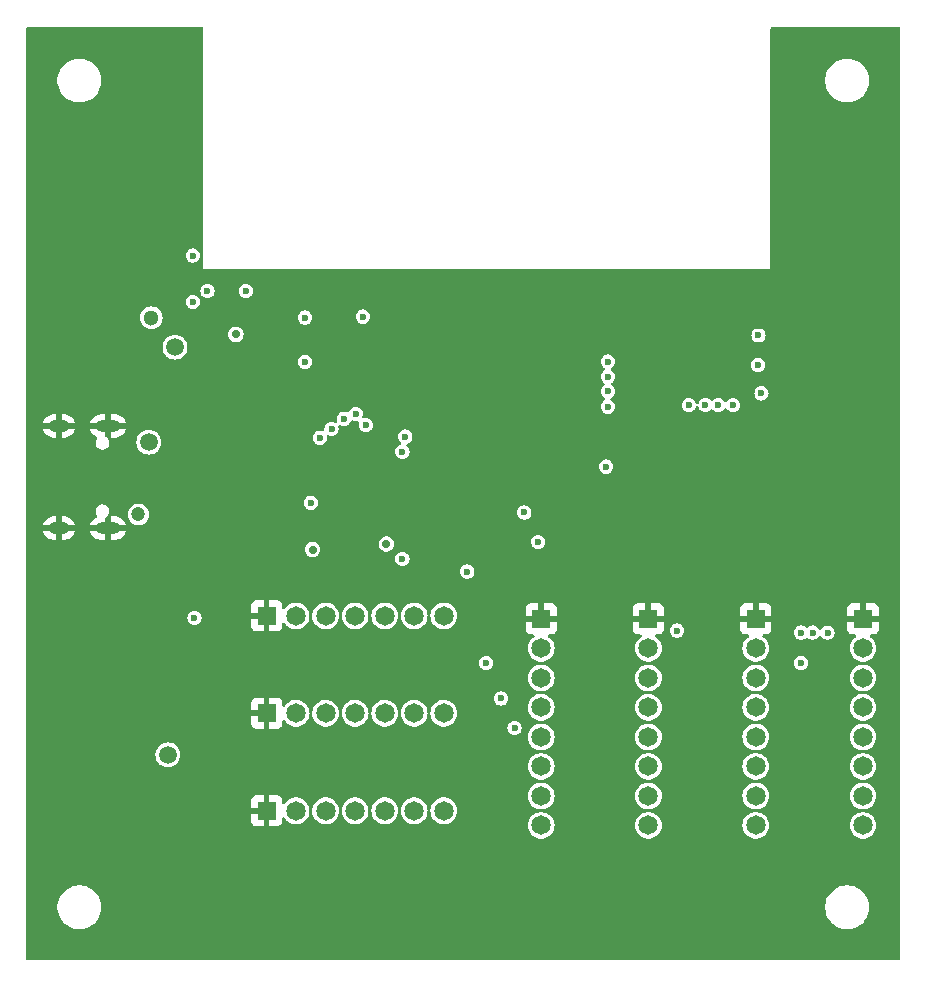
<source format=gbr>
%TF.GenerationSoftware,KiCad,Pcbnew,8.0.8*%
%TF.CreationDate,2025-04-03T15:34:39+02:00*%
%TF.ProjectId,MCU,4d43552e-6b69-4636-9164-5f7063625858,rev?*%
%TF.SameCoordinates,Original*%
%TF.FileFunction,Copper,L2,Inr*%
%TF.FilePolarity,Positive*%
%FSLAX46Y46*%
G04 Gerber Fmt 4.6, Leading zero omitted, Abs format (unit mm)*
G04 Created by KiCad (PCBNEW 8.0.8) date 2025-04-03 15:34:39*
%MOMM*%
%LPD*%
G01*
G04 APERTURE LIST*
%TA.AperFunction,HeatsinkPad*%
%ADD10O,2.100000X1.000000*%
%TD*%
%TA.AperFunction,HeatsinkPad*%
%ADD11O,1.800000X1.000000*%
%TD*%
%TA.AperFunction,ComponentPad*%
%ADD12R,1.650000X1.650000*%
%TD*%
%TA.AperFunction,ComponentPad*%
%ADD13C,1.650000*%
%TD*%
%TA.AperFunction,HeatsinkPad*%
%ADD14C,0.600000*%
%TD*%
%TA.AperFunction,ViaPad*%
%ADD15C,0.600000*%
%TD*%
%TA.AperFunction,ViaPad*%
%ADD16C,0.700000*%
%TD*%
%TA.AperFunction,ViaPad*%
%ADD17C,1.500000*%
%TD*%
%TA.AperFunction,ViaPad*%
%ADD18C,1.300000*%
%TD*%
%TA.AperFunction,ViaPad*%
%ADD19C,1.200000*%
%TD*%
G04 APERTURE END LIST*
D10*
%TO.N,GND*%
%TO.C,USB-C*%
X103455000Y-83260000D03*
D11*
X99275000Y-83260000D03*
D10*
X103455000Y-91900000D03*
D11*
X99275000Y-91900000D03*
%TD*%
D12*
%TO.N,GND*%
%TO.C,SPI1*%
X116850000Y-107580000D03*
D13*
%TO.N,+3.3V*%
X119350000Y-107580000D03*
%TO.N,mosi*%
X121850000Y-107580000D03*
%TO.N,sck*%
X124350000Y-107580000D03*
%TO.N,miso*%
X126850000Y-107580000D03*
%TO.N,ss1*%
X129350000Y-107580000D03*
%TO.N,+5Vin*%
X131850000Y-107580000D03*
%TD*%
D12*
%TO.N,GND*%
%TO.C,GPIO0*%
X140100000Y-99580000D03*
D13*
%TO.N,+3.3V*%
X140100000Y-102080000D03*
%TO.N,io46*%
X140100000Y-104580000D03*
%TO.N,io7*%
X140100000Y-107080000D03*
%TO.N,io15*%
X140100000Y-109580000D03*
%TO.N,io16*%
X140100000Y-112080000D03*
%TO.N,io17*%
X140100000Y-114580000D03*
%TO.N,+5Vin*%
X140100000Y-117080000D03*
%TD*%
D12*
%TO.N,GND*%
%TO.C,SPI2*%
X116850000Y-115830000D03*
D13*
%TO.N,+3.3V*%
X119350000Y-115830000D03*
%TO.N,mosi*%
X121850000Y-115830000D03*
%TO.N,sck*%
X124350000Y-115830000D03*
%TO.N,miso*%
X126850000Y-115830000D03*
%TO.N,ss2*%
X129350000Y-115830000D03*
%TO.N,+5Vin*%
X131850000Y-115830000D03*
%TD*%
D12*
%TO.N,GND*%
%TO.C,GPIO3*%
X167350000Y-99580000D03*
D13*
%TO.N,+3.3V*%
X167350000Y-102080000D03*
%TO.N,io39*%
X167350000Y-104580000D03*
%TO.N,txd0*%
X167350000Y-107080000D03*
%TO.N,rxd0*%
X167350000Y-109580000D03*
%TO.N,io2*%
X167350000Y-112080000D03*
%TO.N,io1*%
X167350000Y-114580000D03*
%TO.N,+5Vin*%
X167350000Y-117080000D03*
%TD*%
D12*
%TO.N,GND*%
%TO.C,GPIO2*%
X158266666Y-99580000D03*
D13*
%TO.N,+3.3V*%
X158266666Y-102080000D03*
%TO.N,io45*%
X158266666Y-104580000D03*
%TO.N,io35*%
X158266666Y-107080000D03*
%TO.N,io36*%
X158266666Y-109580000D03*
%TO.N,io37*%
X158266666Y-112080000D03*
%TO.N,io38*%
X158266666Y-114580000D03*
%TO.N,+5Vin*%
X158266666Y-117080000D03*
%TD*%
D14*
%TO.N,GND*%
%TO.C,U1*%
X132600000Y-78480000D03*
X132600000Y-79880000D03*
X133300000Y-77780000D03*
X133300000Y-79180000D03*
X133300000Y-80580000D03*
X134000000Y-78480000D03*
X134000000Y-79880000D03*
X134700000Y-77780000D03*
X134700000Y-79180000D03*
X134700000Y-80580000D03*
X135400000Y-78480000D03*
X135400000Y-79880000D03*
%TD*%
D12*
%TO.N,GND*%
%TO.C,SPI0*%
X116850000Y-99330000D03*
D13*
%TO.N,+3.3V*%
X119350000Y-99330000D03*
%TO.N,mosi*%
X121850000Y-99330000D03*
%TO.N,sck*%
X124350000Y-99330000D03*
%TO.N,miso*%
X126850000Y-99330000D03*
%TO.N,ss0*%
X129350000Y-99330000D03*
%TO.N,+5Vin*%
X131850000Y-99330000D03*
%TD*%
D12*
%TO.N,GND*%
%TO.C,GPIO1*%
X149183333Y-99580000D03*
D13*
%TO.N,+3.3V*%
X149183333Y-102080000D03*
%TO.N,io18*%
X149183333Y-104580000D03*
%TO.N,io8*%
X149183333Y-107080000D03*
%TO.N,io21*%
X149183333Y-109580000D03*
%TO.N,io47*%
X149183333Y-112080000D03*
%TO.N,io48*%
X149183333Y-114580000D03*
%TO.N,+5Vin*%
X149183333Y-117080000D03*
%TD*%
D15*
%TO.N,GND*%
X159350000Y-85590000D03*
X120412500Y-71017500D03*
D16*
X112000000Y-76250000D03*
D15*
X118850000Y-84580000D03*
X106100000Y-92070000D03*
X109122500Y-98992500D03*
X105750000Y-83250000D03*
X110750000Y-87080000D03*
X110750000Y-84750000D03*
D16*
X153500000Y-88500000D03*
D15*
X110662500Y-92382500D03*
X145975000Y-71455000D03*
D17*
X109000000Y-64080000D03*
D15*
X118850000Y-92570000D03*
%TO.N,+3.3V*%
X110600000Y-68830000D03*
X110750000Y-99500000D03*
X120600000Y-89750000D03*
X120100000Y-74080000D03*
X110600000Y-72750000D03*
D16*
X114250000Y-75500000D03*
D17*
%TO.N,+5Vout*%
X106875000Y-84625000D03*
D18*
X107100000Y-74080000D03*
D19*
X106000000Y-90750000D03*
D15*
%TO.N,i2s sd*%
X158500000Y-75590000D03*
X145750000Y-77810000D03*
%TO.N,i2s sck*%
X145750000Y-80330000D03*
X158750000Y-80500000D03*
%TO.N,i2s ws*%
X145750000Y-79080000D03*
X158465000Y-78090000D03*
%TO.N,io15*%
X137850000Y-108830000D03*
X123410000Y-82640000D03*
D17*
%TO.N,+5Vin*%
X109100000Y-76580000D03*
X108500000Y-111102500D03*
D15*
%TO.N,io1*%
X156350000Y-81500000D03*
%TO.N,io7*%
X122350000Y-83500000D03*
X136700000Y-106330000D03*
%TO.N,io17*%
X125250000Y-83200000D03*
%TO.N,txd0*%
X154010000Y-81490000D03*
X164350000Y-100750000D03*
%TO.N,io16*%
X124400000Y-82250000D03*
%TO.N,rxd0*%
X163100000Y-100750000D03*
X152600000Y-81500000D03*
%TO.N,io18*%
X128600000Y-84160000D03*
%TO.N,io35*%
X145600000Y-86700000D03*
X151600000Y-100580000D03*
%TO.N,io21*%
X138675000Y-90580000D03*
%TO.N,ss0*%
X128350000Y-94500000D03*
%TO.N,io39*%
X162100000Y-100750000D03*
X162100000Y-103330000D03*
X145750000Y-81620000D03*
%TO.N,io47*%
X139850000Y-93080000D03*
%TO.N,scl1*%
X115100000Y-71830000D03*
X111850000Y-71830000D03*
%TO.N,scl0*%
X121350000Y-84250000D03*
D16*
X120750000Y-93720000D03*
D15*
%TO.N,ss2*%
X133850000Y-95580000D03*
%TO.N,reset*%
X125000000Y-74000000D03*
X120100000Y-77830000D03*
%TO.N,io2*%
X155100000Y-81500000D03*
%TO.N,io8*%
X128350000Y-85430000D03*
%TO.N,io46*%
X135450000Y-103330000D03*
D16*
X127000000Y-93250000D03*
%TD*%
%TA.AperFunction,Conductor*%
%TO.N,GND*%
G36*
X111443039Y-49520185D02*
G01*
X111488794Y-49572989D01*
X111500000Y-49624500D01*
X111500000Y-69970000D01*
X159500000Y-69970000D01*
X159500000Y-53878711D01*
X164149500Y-53878711D01*
X164149500Y-54121288D01*
X164181161Y-54361785D01*
X164243947Y-54596104D01*
X164336773Y-54820205D01*
X164336776Y-54820212D01*
X164458064Y-55030289D01*
X164458066Y-55030292D01*
X164458067Y-55030293D01*
X164605733Y-55222736D01*
X164605739Y-55222743D01*
X164777256Y-55394260D01*
X164777262Y-55394265D01*
X164969711Y-55541936D01*
X165179788Y-55663224D01*
X165403900Y-55756054D01*
X165638211Y-55818838D01*
X165818586Y-55842584D01*
X165878711Y-55850500D01*
X165878712Y-55850500D01*
X166121289Y-55850500D01*
X166169388Y-55844167D01*
X166361789Y-55818838D01*
X166596100Y-55756054D01*
X166820212Y-55663224D01*
X167030289Y-55541936D01*
X167222738Y-55394265D01*
X167394265Y-55222738D01*
X167541936Y-55030289D01*
X167663224Y-54820212D01*
X167756054Y-54596100D01*
X167818838Y-54361789D01*
X167850500Y-54121288D01*
X167850500Y-53878712D01*
X167818838Y-53638211D01*
X167756054Y-53403900D01*
X167663224Y-53179788D01*
X167541936Y-52969711D01*
X167394265Y-52777262D01*
X167394260Y-52777256D01*
X167222743Y-52605739D01*
X167222736Y-52605733D01*
X167030293Y-52458067D01*
X167030292Y-52458066D01*
X167030289Y-52458064D01*
X166820212Y-52336776D01*
X166820205Y-52336773D01*
X166596104Y-52243947D01*
X166361785Y-52181161D01*
X166121289Y-52149500D01*
X166121288Y-52149500D01*
X165878712Y-52149500D01*
X165878711Y-52149500D01*
X165638214Y-52181161D01*
X165403895Y-52243947D01*
X165179794Y-52336773D01*
X165179785Y-52336777D01*
X164969706Y-52458067D01*
X164777263Y-52605733D01*
X164777256Y-52605739D01*
X164605739Y-52777256D01*
X164605733Y-52777263D01*
X164458067Y-52969706D01*
X164336777Y-53179785D01*
X164336773Y-53179794D01*
X164243947Y-53403895D01*
X164181161Y-53638214D01*
X164149500Y-53878711D01*
X159500000Y-53878711D01*
X159500000Y-49624500D01*
X159519685Y-49557461D01*
X159572489Y-49511706D01*
X159624000Y-49500500D01*
X170375500Y-49500500D01*
X170442539Y-49520185D01*
X170488294Y-49572989D01*
X170499500Y-49624500D01*
X170499500Y-128375500D01*
X170479815Y-128442539D01*
X170427011Y-128488294D01*
X170375500Y-128499500D01*
X96624500Y-128499500D01*
X96557461Y-128479815D01*
X96511706Y-128427011D01*
X96500500Y-128375500D01*
X96500500Y-123878711D01*
X99149500Y-123878711D01*
X99149500Y-124121288D01*
X99181161Y-124361785D01*
X99243947Y-124596104D01*
X99336773Y-124820205D01*
X99336776Y-124820212D01*
X99458064Y-125030289D01*
X99458066Y-125030292D01*
X99458067Y-125030293D01*
X99605733Y-125222736D01*
X99605739Y-125222743D01*
X99777256Y-125394260D01*
X99777262Y-125394265D01*
X99969711Y-125541936D01*
X100179788Y-125663224D01*
X100403900Y-125756054D01*
X100638211Y-125818838D01*
X100818586Y-125842584D01*
X100878711Y-125850500D01*
X100878712Y-125850500D01*
X101121289Y-125850500D01*
X101169388Y-125844167D01*
X101361789Y-125818838D01*
X101596100Y-125756054D01*
X101820212Y-125663224D01*
X102030289Y-125541936D01*
X102222738Y-125394265D01*
X102394265Y-125222738D01*
X102541936Y-125030289D01*
X102663224Y-124820212D01*
X102756054Y-124596100D01*
X102818838Y-124361789D01*
X102850500Y-124121288D01*
X102850500Y-123878712D01*
X102850500Y-123878711D01*
X164149500Y-123878711D01*
X164149500Y-124121288D01*
X164181161Y-124361785D01*
X164243947Y-124596104D01*
X164336773Y-124820205D01*
X164336776Y-124820212D01*
X164458064Y-125030289D01*
X164458066Y-125030292D01*
X164458067Y-125030293D01*
X164605733Y-125222736D01*
X164605739Y-125222743D01*
X164777256Y-125394260D01*
X164777262Y-125394265D01*
X164969711Y-125541936D01*
X165179788Y-125663224D01*
X165403900Y-125756054D01*
X165638211Y-125818838D01*
X165818586Y-125842584D01*
X165878711Y-125850500D01*
X165878712Y-125850500D01*
X166121289Y-125850500D01*
X166169388Y-125844167D01*
X166361789Y-125818838D01*
X166596100Y-125756054D01*
X166820212Y-125663224D01*
X167030289Y-125541936D01*
X167222738Y-125394265D01*
X167394265Y-125222738D01*
X167541936Y-125030289D01*
X167663224Y-124820212D01*
X167756054Y-124596100D01*
X167818838Y-124361789D01*
X167850500Y-124121288D01*
X167850500Y-123878712D01*
X167818838Y-123638211D01*
X167756054Y-123403900D01*
X167663224Y-123179788D01*
X167541936Y-122969711D01*
X167394265Y-122777262D01*
X167394260Y-122777256D01*
X167222743Y-122605739D01*
X167222736Y-122605733D01*
X167030293Y-122458067D01*
X167030292Y-122458066D01*
X167030289Y-122458064D01*
X166820212Y-122336776D01*
X166820205Y-122336773D01*
X166596104Y-122243947D01*
X166361785Y-122181161D01*
X166121289Y-122149500D01*
X166121288Y-122149500D01*
X165878712Y-122149500D01*
X165878711Y-122149500D01*
X165638214Y-122181161D01*
X165403895Y-122243947D01*
X165179794Y-122336773D01*
X165179785Y-122336777D01*
X164969706Y-122458067D01*
X164777263Y-122605733D01*
X164777256Y-122605739D01*
X164605739Y-122777256D01*
X164605733Y-122777263D01*
X164458067Y-122969706D01*
X164336777Y-123179785D01*
X164336773Y-123179794D01*
X164243947Y-123403895D01*
X164181161Y-123638214D01*
X164149500Y-123878711D01*
X102850500Y-123878711D01*
X102818838Y-123638211D01*
X102756054Y-123403900D01*
X102663224Y-123179788D01*
X102541936Y-122969711D01*
X102394265Y-122777262D01*
X102394260Y-122777256D01*
X102222743Y-122605739D01*
X102222736Y-122605733D01*
X102030293Y-122458067D01*
X102030292Y-122458066D01*
X102030289Y-122458064D01*
X101820212Y-122336776D01*
X101820205Y-122336773D01*
X101596104Y-122243947D01*
X101361785Y-122181161D01*
X101121289Y-122149500D01*
X101121288Y-122149500D01*
X100878712Y-122149500D01*
X100878711Y-122149500D01*
X100638214Y-122181161D01*
X100403895Y-122243947D01*
X100179794Y-122336773D01*
X100179785Y-122336777D01*
X99969706Y-122458067D01*
X99777263Y-122605733D01*
X99777256Y-122605739D01*
X99605739Y-122777256D01*
X99605733Y-122777263D01*
X99458067Y-122969706D01*
X99336777Y-123179785D01*
X99336773Y-123179794D01*
X99243947Y-123403895D01*
X99181161Y-123638214D01*
X99149500Y-123878711D01*
X96500500Y-123878711D01*
X96500500Y-114957155D01*
X115525000Y-114957155D01*
X115525000Y-115580000D01*
X116301518Y-115580000D01*
X116290889Y-115598409D01*
X116250000Y-115751009D01*
X116250000Y-115908991D01*
X116290889Y-116061591D01*
X116301518Y-116080000D01*
X115525000Y-116080000D01*
X115525000Y-116702844D01*
X115531401Y-116762372D01*
X115531403Y-116762379D01*
X115581645Y-116897086D01*
X115581649Y-116897093D01*
X115667809Y-117012187D01*
X115667812Y-117012190D01*
X115782906Y-117098350D01*
X115782913Y-117098354D01*
X115917620Y-117148596D01*
X115917627Y-117148598D01*
X115977155Y-117154999D01*
X115977172Y-117155000D01*
X116600000Y-117155000D01*
X116600000Y-116378482D01*
X116618409Y-116389111D01*
X116771009Y-116430000D01*
X116928991Y-116430000D01*
X117081591Y-116389111D01*
X117100000Y-116378482D01*
X117100000Y-117155000D01*
X117722828Y-117155000D01*
X117722844Y-117154999D01*
X117782372Y-117148598D01*
X117782379Y-117148596D01*
X117917086Y-117098354D01*
X117917093Y-117098350D01*
X117941607Y-117079999D01*
X138969678Y-117079999D01*
X138969678Y-117080000D01*
X138988923Y-117287691D01*
X138988923Y-117287693D01*
X138988924Y-117287696D01*
X139046006Y-117488319D01*
X139138981Y-117675038D01*
X139264682Y-117841493D01*
X139418829Y-117982016D01*
X139596172Y-118091823D01*
X139790673Y-118167173D01*
X139995707Y-118205500D01*
X139995710Y-118205500D01*
X140204290Y-118205500D01*
X140204293Y-118205500D01*
X140409327Y-118167173D01*
X140603828Y-118091823D01*
X140781171Y-117982016D01*
X140935318Y-117841493D01*
X141061019Y-117675038D01*
X141153994Y-117488319D01*
X141211076Y-117287696D01*
X141230322Y-117080000D01*
X141230322Y-117079999D01*
X148053011Y-117079999D01*
X148053011Y-117080000D01*
X148072256Y-117287691D01*
X148072256Y-117287693D01*
X148072257Y-117287696D01*
X148129339Y-117488319D01*
X148222314Y-117675038D01*
X148348015Y-117841493D01*
X148502162Y-117982016D01*
X148679505Y-118091823D01*
X148874006Y-118167173D01*
X149079040Y-118205500D01*
X149079043Y-118205500D01*
X149287623Y-118205500D01*
X149287626Y-118205500D01*
X149492660Y-118167173D01*
X149687161Y-118091823D01*
X149864504Y-117982016D01*
X150018651Y-117841493D01*
X150144352Y-117675038D01*
X150237327Y-117488319D01*
X150294409Y-117287696D01*
X150313655Y-117080000D01*
X150313655Y-117079999D01*
X157136344Y-117079999D01*
X157136344Y-117080000D01*
X157155589Y-117287691D01*
X157155589Y-117287693D01*
X157155590Y-117287696D01*
X157212672Y-117488319D01*
X157305647Y-117675038D01*
X157431348Y-117841493D01*
X157585495Y-117982016D01*
X157762838Y-118091823D01*
X157957339Y-118167173D01*
X158162373Y-118205500D01*
X158162376Y-118205500D01*
X158370956Y-118205500D01*
X158370959Y-118205500D01*
X158575993Y-118167173D01*
X158770494Y-118091823D01*
X158947837Y-117982016D01*
X159101984Y-117841493D01*
X159227685Y-117675038D01*
X159320660Y-117488319D01*
X159377742Y-117287696D01*
X159396988Y-117080000D01*
X159396988Y-117079999D01*
X166219678Y-117079999D01*
X166219678Y-117080000D01*
X166238923Y-117287691D01*
X166238923Y-117287693D01*
X166238924Y-117287696D01*
X166296006Y-117488319D01*
X166388981Y-117675038D01*
X166514682Y-117841493D01*
X166668829Y-117982016D01*
X166846172Y-118091823D01*
X167040673Y-118167173D01*
X167245707Y-118205500D01*
X167245710Y-118205500D01*
X167454290Y-118205500D01*
X167454293Y-118205500D01*
X167659327Y-118167173D01*
X167853828Y-118091823D01*
X168031171Y-117982016D01*
X168185318Y-117841493D01*
X168311019Y-117675038D01*
X168403994Y-117488319D01*
X168461076Y-117287696D01*
X168480322Y-117080000D01*
X168461076Y-116872304D01*
X168403994Y-116671681D01*
X168311019Y-116484962D01*
X168185318Y-116318507D01*
X168031171Y-116177984D01*
X167853828Y-116068177D01*
X167853827Y-116068176D01*
X167711609Y-116013081D01*
X167659327Y-115992827D01*
X167454293Y-115954500D01*
X167245707Y-115954500D01*
X167040673Y-115992827D01*
X167040670Y-115992827D01*
X167040670Y-115992828D01*
X166846172Y-116068176D01*
X166846171Y-116068177D01*
X166668827Y-116177985D01*
X166514683Y-116318505D01*
X166388981Y-116484961D01*
X166296007Y-116671677D01*
X166238923Y-116872308D01*
X166219678Y-117079999D01*
X159396988Y-117079999D01*
X159377742Y-116872304D01*
X159320660Y-116671681D01*
X159227685Y-116484962D01*
X159101984Y-116318507D01*
X158947837Y-116177984D01*
X158770494Y-116068177D01*
X158770493Y-116068176D01*
X158628275Y-116013081D01*
X158575993Y-115992827D01*
X158370959Y-115954500D01*
X158162373Y-115954500D01*
X157957339Y-115992827D01*
X157957336Y-115992827D01*
X157957336Y-115992828D01*
X157762838Y-116068176D01*
X157762837Y-116068177D01*
X157585493Y-116177985D01*
X157431349Y-116318505D01*
X157305647Y-116484961D01*
X157212673Y-116671677D01*
X157155589Y-116872308D01*
X157136344Y-117079999D01*
X150313655Y-117079999D01*
X150294409Y-116872304D01*
X150237327Y-116671681D01*
X150144352Y-116484962D01*
X150018651Y-116318507D01*
X149864504Y-116177984D01*
X149687161Y-116068177D01*
X149687160Y-116068176D01*
X149544942Y-116013081D01*
X149492660Y-115992827D01*
X149287626Y-115954500D01*
X149079040Y-115954500D01*
X148874006Y-115992827D01*
X148874003Y-115992827D01*
X148874003Y-115992828D01*
X148679505Y-116068176D01*
X148679504Y-116068177D01*
X148502160Y-116177985D01*
X148348016Y-116318505D01*
X148222314Y-116484961D01*
X148129340Y-116671677D01*
X148072256Y-116872308D01*
X148053011Y-117079999D01*
X141230322Y-117079999D01*
X141211076Y-116872304D01*
X141153994Y-116671681D01*
X141061019Y-116484962D01*
X140935318Y-116318507D01*
X140781171Y-116177984D01*
X140603828Y-116068177D01*
X140603827Y-116068176D01*
X140461609Y-116013081D01*
X140409327Y-115992827D01*
X140204293Y-115954500D01*
X139995707Y-115954500D01*
X139790673Y-115992827D01*
X139790670Y-115992827D01*
X139790670Y-115992828D01*
X139596172Y-116068176D01*
X139596171Y-116068177D01*
X139418827Y-116177985D01*
X139264683Y-116318505D01*
X139138981Y-116484961D01*
X139046007Y-116671677D01*
X138988923Y-116872308D01*
X138969678Y-117079999D01*
X117941607Y-117079999D01*
X118032187Y-117012190D01*
X118032190Y-117012187D01*
X118118350Y-116897093D01*
X118118354Y-116897086D01*
X118168596Y-116762379D01*
X118168598Y-116762372D01*
X118174999Y-116702844D01*
X118175000Y-116702827D01*
X118175000Y-116511647D01*
X118194685Y-116444608D01*
X118247489Y-116398853D01*
X118316647Y-116388909D01*
X118380203Y-116417934D01*
X118397954Y-116436920D01*
X118514683Y-116591495D01*
X118602640Y-116671677D01*
X118668829Y-116732016D01*
X118846172Y-116841823D01*
X119040673Y-116917173D01*
X119245707Y-116955500D01*
X119245710Y-116955500D01*
X119454290Y-116955500D01*
X119454293Y-116955500D01*
X119659327Y-116917173D01*
X119853828Y-116841823D01*
X120031171Y-116732016D01*
X120185318Y-116591493D01*
X120311019Y-116425038D01*
X120403994Y-116238319D01*
X120461076Y-116037696D01*
X120476529Y-115870933D01*
X120492629Y-115830384D01*
X120707064Y-115830384D01*
X120721693Y-115858566D01*
X120723471Y-115870933D01*
X120738923Y-116037691D01*
X120738923Y-116037693D01*
X120738924Y-116037696D01*
X120796006Y-116238319D01*
X120888981Y-116425038D01*
X121014682Y-116591493D01*
X121168829Y-116732016D01*
X121346172Y-116841823D01*
X121540673Y-116917173D01*
X121745707Y-116955500D01*
X121745710Y-116955500D01*
X121954290Y-116955500D01*
X121954293Y-116955500D01*
X122159327Y-116917173D01*
X122353828Y-116841823D01*
X122531171Y-116732016D01*
X122685318Y-116591493D01*
X122811019Y-116425038D01*
X122903994Y-116238319D01*
X122961076Y-116037696D01*
X122976529Y-115870933D01*
X122992629Y-115830384D01*
X123207064Y-115830384D01*
X123221693Y-115858566D01*
X123223471Y-115870933D01*
X123238923Y-116037691D01*
X123238923Y-116037693D01*
X123238924Y-116037696D01*
X123296006Y-116238319D01*
X123388981Y-116425038D01*
X123514682Y-116591493D01*
X123668829Y-116732016D01*
X123846172Y-116841823D01*
X124040673Y-116917173D01*
X124245707Y-116955500D01*
X124245710Y-116955500D01*
X124454290Y-116955500D01*
X124454293Y-116955500D01*
X124659327Y-116917173D01*
X124853828Y-116841823D01*
X125031171Y-116732016D01*
X125185318Y-116591493D01*
X125311019Y-116425038D01*
X125403994Y-116238319D01*
X125461076Y-116037696D01*
X125476529Y-115870933D01*
X125492629Y-115830384D01*
X125707064Y-115830384D01*
X125721693Y-115858566D01*
X125723471Y-115870933D01*
X125738923Y-116037691D01*
X125738923Y-116037693D01*
X125738924Y-116037696D01*
X125796006Y-116238319D01*
X125888981Y-116425038D01*
X126014682Y-116591493D01*
X126168829Y-116732016D01*
X126346172Y-116841823D01*
X126540673Y-116917173D01*
X126745707Y-116955500D01*
X126745710Y-116955500D01*
X126954290Y-116955500D01*
X126954293Y-116955500D01*
X127159327Y-116917173D01*
X127353828Y-116841823D01*
X127531171Y-116732016D01*
X127685318Y-116591493D01*
X127811019Y-116425038D01*
X127903994Y-116238319D01*
X127961076Y-116037696D01*
X127976529Y-115870933D01*
X127992629Y-115830384D01*
X128207064Y-115830384D01*
X128221693Y-115858566D01*
X128223471Y-115870933D01*
X128238923Y-116037691D01*
X128238923Y-116037693D01*
X128238924Y-116037696D01*
X128296006Y-116238319D01*
X128388981Y-116425038D01*
X128514682Y-116591493D01*
X128668829Y-116732016D01*
X128846172Y-116841823D01*
X129040673Y-116917173D01*
X129245707Y-116955500D01*
X129245710Y-116955500D01*
X129454290Y-116955500D01*
X129454293Y-116955500D01*
X129659327Y-116917173D01*
X129853828Y-116841823D01*
X130031171Y-116732016D01*
X130185318Y-116591493D01*
X130311019Y-116425038D01*
X130403994Y-116238319D01*
X130461076Y-116037696D01*
X130476529Y-115870933D01*
X130492629Y-115830384D01*
X130707064Y-115830384D01*
X130721693Y-115858566D01*
X130723471Y-115870933D01*
X130738923Y-116037691D01*
X130738923Y-116037693D01*
X130738924Y-116037696D01*
X130796006Y-116238319D01*
X130888981Y-116425038D01*
X131014682Y-116591493D01*
X131168829Y-116732016D01*
X131346172Y-116841823D01*
X131540673Y-116917173D01*
X131745707Y-116955500D01*
X131745710Y-116955500D01*
X131954290Y-116955500D01*
X131954293Y-116955500D01*
X132159327Y-116917173D01*
X132353828Y-116841823D01*
X132531171Y-116732016D01*
X132685318Y-116591493D01*
X132811019Y-116425038D01*
X132903994Y-116238319D01*
X132961076Y-116037696D01*
X132980322Y-115830000D01*
X132961076Y-115622304D01*
X132903994Y-115421681D01*
X132811019Y-115234962D01*
X132685318Y-115068507D01*
X132531171Y-114927984D01*
X132353828Y-114818177D01*
X132353827Y-114818176D01*
X132211157Y-114762906D01*
X132159327Y-114742827D01*
X131954293Y-114704500D01*
X131745707Y-114704500D01*
X131540673Y-114742827D01*
X131540670Y-114742827D01*
X131540670Y-114742828D01*
X131346172Y-114818176D01*
X131346171Y-114818177D01*
X131168827Y-114927985D01*
X131014683Y-115068505D01*
X130888981Y-115234961D01*
X130796007Y-115421677D01*
X130796006Y-115421681D01*
X130750961Y-115580000D01*
X130738923Y-115622308D01*
X130723471Y-115789066D01*
X130707064Y-115830384D01*
X130492629Y-115830384D01*
X130492935Y-115829614D01*
X130478307Y-115801433D01*
X130476529Y-115789066D01*
X130465234Y-115667173D01*
X130461076Y-115622304D01*
X130403994Y-115421681D01*
X130311019Y-115234962D01*
X130185318Y-115068507D01*
X130031171Y-114927984D01*
X129853828Y-114818177D01*
X129853827Y-114818176D01*
X129711157Y-114762906D01*
X129659327Y-114742827D01*
X129454293Y-114704500D01*
X129245707Y-114704500D01*
X129040673Y-114742827D01*
X129040670Y-114742827D01*
X129040670Y-114742828D01*
X128846172Y-114818176D01*
X128846171Y-114818177D01*
X128668827Y-114927985D01*
X128514683Y-115068505D01*
X128388981Y-115234961D01*
X128296007Y-115421677D01*
X128296006Y-115421681D01*
X128250961Y-115580000D01*
X128238923Y-115622308D01*
X128223471Y-115789066D01*
X128207064Y-115830384D01*
X127992629Y-115830384D01*
X127992935Y-115829614D01*
X127978307Y-115801433D01*
X127976529Y-115789066D01*
X127965234Y-115667173D01*
X127961076Y-115622304D01*
X127903994Y-115421681D01*
X127811019Y-115234962D01*
X127685318Y-115068507D01*
X127531171Y-114927984D01*
X127353828Y-114818177D01*
X127353827Y-114818176D01*
X127211157Y-114762906D01*
X127159327Y-114742827D01*
X126954293Y-114704500D01*
X126745707Y-114704500D01*
X126540673Y-114742827D01*
X126540670Y-114742827D01*
X126540670Y-114742828D01*
X126346172Y-114818176D01*
X126346171Y-114818177D01*
X126168827Y-114927985D01*
X126014683Y-115068505D01*
X125888981Y-115234961D01*
X125796007Y-115421677D01*
X125796006Y-115421681D01*
X125750961Y-115580000D01*
X125738923Y-115622308D01*
X125723471Y-115789066D01*
X125707064Y-115830384D01*
X125492629Y-115830384D01*
X125492935Y-115829614D01*
X125478307Y-115801433D01*
X125476529Y-115789066D01*
X125465234Y-115667173D01*
X125461076Y-115622304D01*
X125403994Y-115421681D01*
X125311019Y-115234962D01*
X125185318Y-115068507D01*
X125031171Y-114927984D01*
X124853828Y-114818177D01*
X124853827Y-114818176D01*
X124711157Y-114762906D01*
X124659327Y-114742827D01*
X124454293Y-114704500D01*
X124245707Y-114704500D01*
X124040673Y-114742827D01*
X124040670Y-114742827D01*
X124040670Y-114742828D01*
X123846172Y-114818176D01*
X123846171Y-114818177D01*
X123668827Y-114927985D01*
X123514683Y-115068505D01*
X123388981Y-115234961D01*
X123296007Y-115421677D01*
X123296006Y-115421681D01*
X123250961Y-115580000D01*
X123238923Y-115622308D01*
X123223471Y-115789066D01*
X123207064Y-115830384D01*
X122992629Y-115830384D01*
X122992935Y-115829614D01*
X122978307Y-115801433D01*
X122976529Y-115789066D01*
X122965234Y-115667173D01*
X122961076Y-115622304D01*
X122903994Y-115421681D01*
X122811019Y-115234962D01*
X122685318Y-115068507D01*
X122531171Y-114927984D01*
X122353828Y-114818177D01*
X122353827Y-114818176D01*
X122211157Y-114762906D01*
X122159327Y-114742827D01*
X121954293Y-114704500D01*
X121745707Y-114704500D01*
X121540673Y-114742827D01*
X121540670Y-114742827D01*
X121540670Y-114742828D01*
X121346172Y-114818176D01*
X121346171Y-114818177D01*
X121168827Y-114927985D01*
X121014683Y-115068505D01*
X120888981Y-115234961D01*
X120796007Y-115421677D01*
X120796006Y-115421681D01*
X120750961Y-115580000D01*
X120738923Y-115622308D01*
X120723471Y-115789066D01*
X120707064Y-115830384D01*
X120492629Y-115830384D01*
X120492935Y-115829614D01*
X120478307Y-115801433D01*
X120476529Y-115789066D01*
X120465234Y-115667173D01*
X120461076Y-115622304D01*
X120403994Y-115421681D01*
X120311019Y-115234962D01*
X120185318Y-115068507D01*
X120031171Y-114927984D01*
X119853828Y-114818177D01*
X119853827Y-114818176D01*
X119711157Y-114762906D01*
X119659327Y-114742827D01*
X119454293Y-114704500D01*
X119245707Y-114704500D01*
X119040673Y-114742827D01*
X119040670Y-114742827D01*
X119040670Y-114742828D01*
X118846172Y-114818176D01*
X118846171Y-114818177D01*
X118668827Y-114927985D01*
X118514683Y-115068505D01*
X118397954Y-115223079D01*
X118341845Y-115264715D01*
X118272133Y-115269406D01*
X118210951Y-115235664D01*
X118177724Y-115174201D01*
X118175000Y-115148352D01*
X118175000Y-114957172D01*
X118174999Y-114957155D01*
X118168598Y-114897627D01*
X118168596Y-114897620D01*
X118118354Y-114762913D01*
X118118350Y-114762906D01*
X118032190Y-114647812D01*
X118032187Y-114647809D01*
X117941605Y-114579999D01*
X138969678Y-114579999D01*
X138969678Y-114580000D01*
X138988923Y-114787691D01*
X138988923Y-114787693D01*
X138988924Y-114787696D01*
X139046006Y-114988319D01*
X139138981Y-115175038D01*
X139264682Y-115341493D01*
X139418829Y-115482016D01*
X139596172Y-115591823D01*
X139790673Y-115667173D01*
X139995707Y-115705500D01*
X139995710Y-115705500D01*
X140204290Y-115705500D01*
X140204293Y-115705500D01*
X140409327Y-115667173D01*
X140603828Y-115591823D01*
X140781171Y-115482016D01*
X140935318Y-115341493D01*
X141061019Y-115175038D01*
X141153994Y-114988319D01*
X141211076Y-114787696D01*
X141230322Y-114580000D01*
X141230322Y-114579999D01*
X148053011Y-114579999D01*
X148053011Y-114580000D01*
X148072256Y-114787691D01*
X148072256Y-114787693D01*
X148072257Y-114787696D01*
X148129339Y-114988319D01*
X148222314Y-115175038D01*
X148348015Y-115341493D01*
X148502162Y-115482016D01*
X148679505Y-115591823D01*
X148874006Y-115667173D01*
X149079040Y-115705500D01*
X149079043Y-115705500D01*
X149287623Y-115705500D01*
X149287626Y-115705500D01*
X149492660Y-115667173D01*
X149687161Y-115591823D01*
X149864504Y-115482016D01*
X150018651Y-115341493D01*
X150144352Y-115175038D01*
X150237327Y-114988319D01*
X150294409Y-114787696D01*
X150313655Y-114580000D01*
X150313655Y-114579999D01*
X157136344Y-114579999D01*
X157136344Y-114580000D01*
X157155589Y-114787691D01*
X157155589Y-114787693D01*
X157155590Y-114787696D01*
X157212672Y-114988319D01*
X157305647Y-115175038D01*
X157431348Y-115341493D01*
X157585495Y-115482016D01*
X157762838Y-115591823D01*
X157957339Y-115667173D01*
X158162373Y-115705500D01*
X158162376Y-115705500D01*
X158370956Y-115705500D01*
X158370959Y-115705500D01*
X158575993Y-115667173D01*
X158770494Y-115591823D01*
X158947837Y-115482016D01*
X159101984Y-115341493D01*
X159227685Y-115175038D01*
X159320660Y-114988319D01*
X159377742Y-114787696D01*
X159396988Y-114580000D01*
X159396988Y-114579999D01*
X166219678Y-114579999D01*
X166219678Y-114580000D01*
X166238923Y-114787691D01*
X166238923Y-114787693D01*
X166238924Y-114787696D01*
X166296006Y-114988319D01*
X166388981Y-115175038D01*
X166514682Y-115341493D01*
X166668829Y-115482016D01*
X166846172Y-115591823D01*
X167040673Y-115667173D01*
X167245707Y-115705500D01*
X167245710Y-115705500D01*
X167454290Y-115705500D01*
X167454293Y-115705500D01*
X167659327Y-115667173D01*
X167853828Y-115591823D01*
X168031171Y-115482016D01*
X168185318Y-115341493D01*
X168311019Y-115175038D01*
X168403994Y-114988319D01*
X168461076Y-114787696D01*
X168480322Y-114580000D01*
X168461076Y-114372304D01*
X168403994Y-114171681D01*
X168311019Y-113984962D01*
X168185318Y-113818507D01*
X168031171Y-113677984D01*
X167853828Y-113568177D01*
X167853827Y-113568176D01*
X167711609Y-113513081D01*
X167659327Y-113492827D01*
X167454293Y-113454500D01*
X167245707Y-113454500D01*
X167040673Y-113492827D01*
X167040670Y-113492827D01*
X167040670Y-113492828D01*
X166846172Y-113568176D01*
X166846171Y-113568177D01*
X166668827Y-113677985D01*
X166514683Y-113818505D01*
X166388981Y-113984961D01*
X166296007Y-114171677D01*
X166238923Y-114372308D01*
X166219678Y-114579999D01*
X159396988Y-114579999D01*
X159377742Y-114372304D01*
X159320660Y-114171681D01*
X159227685Y-113984962D01*
X159101984Y-113818507D01*
X158947837Y-113677984D01*
X158770494Y-113568177D01*
X158770493Y-113568176D01*
X158628275Y-113513081D01*
X158575993Y-113492827D01*
X158370959Y-113454500D01*
X158162373Y-113454500D01*
X157957339Y-113492827D01*
X157957336Y-113492827D01*
X157957336Y-113492828D01*
X157762838Y-113568176D01*
X157762837Y-113568177D01*
X157585493Y-113677985D01*
X157431349Y-113818505D01*
X157305647Y-113984961D01*
X157212673Y-114171677D01*
X157155589Y-114372308D01*
X157136344Y-114579999D01*
X150313655Y-114579999D01*
X150294409Y-114372304D01*
X150237327Y-114171681D01*
X150144352Y-113984962D01*
X150018651Y-113818507D01*
X149864504Y-113677984D01*
X149687161Y-113568177D01*
X149687160Y-113568176D01*
X149544942Y-113513081D01*
X149492660Y-113492827D01*
X149287626Y-113454500D01*
X149079040Y-113454500D01*
X148874006Y-113492827D01*
X148874003Y-113492827D01*
X148874003Y-113492828D01*
X148679505Y-113568176D01*
X148679504Y-113568177D01*
X148502160Y-113677985D01*
X148348016Y-113818505D01*
X148222314Y-113984961D01*
X148129340Y-114171677D01*
X148072256Y-114372308D01*
X148053011Y-114579999D01*
X141230322Y-114579999D01*
X141211076Y-114372304D01*
X141153994Y-114171681D01*
X141061019Y-113984962D01*
X140935318Y-113818507D01*
X140781171Y-113677984D01*
X140603828Y-113568177D01*
X140603827Y-113568176D01*
X140461609Y-113513081D01*
X140409327Y-113492827D01*
X140204293Y-113454500D01*
X139995707Y-113454500D01*
X139790673Y-113492827D01*
X139790670Y-113492827D01*
X139790670Y-113492828D01*
X139596172Y-113568176D01*
X139596171Y-113568177D01*
X139418827Y-113677985D01*
X139264683Y-113818505D01*
X139138981Y-113984961D01*
X139046007Y-114171677D01*
X138988923Y-114372308D01*
X138969678Y-114579999D01*
X117941605Y-114579999D01*
X117917093Y-114561649D01*
X117917086Y-114561645D01*
X117782379Y-114511403D01*
X117782372Y-114511401D01*
X117722844Y-114505000D01*
X117100000Y-114505000D01*
X117100000Y-115281517D01*
X117081591Y-115270889D01*
X116928991Y-115230000D01*
X116771009Y-115230000D01*
X116618409Y-115270889D01*
X116600000Y-115281517D01*
X116600000Y-114505000D01*
X115977155Y-114505000D01*
X115917627Y-114511401D01*
X115917620Y-114511403D01*
X115782913Y-114561645D01*
X115782906Y-114561649D01*
X115667812Y-114647809D01*
X115667809Y-114647812D01*
X115581649Y-114762906D01*
X115581645Y-114762913D01*
X115531403Y-114897620D01*
X115531401Y-114897627D01*
X115525000Y-114957155D01*
X96500500Y-114957155D01*
X96500500Y-111102500D01*
X107444417Y-111102500D01*
X107464699Y-111308432D01*
X107494734Y-111407444D01*
X107524768Y-111506454D01*
X107622315Y-111688950D01*
X107622317Y-111688952D01*
X107753589Y-111848910D01*
X107850209Y-111928202D01*
X107913550Y-111980185D01*
X108096046Y-112077732D01*
X108294066Y-112137800D01*
X108294065Y-112137800D01*
X108312529Y-112139618D01*
X108500000Y-112158083D01*
X108705934Y-112137800D01*
X108896481Y-112079999D01*
X138969678Y-112079999D01*
X138969678Y-112080000D01*
X138988923Y-112287691D01*
X138988923Y-112287693D01*
X138988924Y-112287696D01*
X139046006Y-112488319D01*
X139138981Y-112675038D01*
X139264682Y-112841493D01*
X139418829Y-112982016D01*
X139596172Y-113091823D01*
X139790673Y-113167173D01*
X139995707Y-113205500D01*
X139995710Y-113205500D01*
X140204290Y-113205500D01*
X140204293Y-113205500D01*
X140409327Y-113167173D01*
X140603828Y-113091823D01*
X140781171Y-112982016D01*
X140935318Y-112841493D01*
X141061019Y-112675038D01*
X141153994Y-112488319D01*
X141211076Y-112287696D01*
X141230322Y-112080000D01*
X141230322Y-112079999D01*
X148053011Y-112079999D01*
X148053011Y-112080000D01*
X148072256Y-112287691D01*
X148072256Y-112287693D01*
X148072257Y-112287696D01*
X148129339Y-112488319D01*
X148222314Y-112675038D01*
X148348015Y-112841493D01*
X148502162Y-112982016D01*
X148679505Y-113091823D01*
X148874006Y-113167173D01*
X149079040Y-113205500D01*
X149079043Y-113205500D01*
X149287623Y-113205500D01*
X149287626Y-113205500D01*
X149492660Y-113167173D01*
X149687161Y-113091823D01*
X149864504Y-112982016D01*
X150018651Y-112841493D01*
X150144352Y-112675038D01*
X150237327Y-112488319D01*
X150294409Y-112287696D01*
X150313655Y-112080000D01*
X150313655Y-112079999D01*
X157136344Y-112079999D01*
X157136344Y-112080000D01*
X157155589Y-112287691D01*
X157155589Y-112287693D01*
X157155590Y-112287696D01*
X157212672Y-112488319D01*
X157305647Y-112675038D01*
X157431348Y-112841493D01*
X157585495Y-112982016D01*
X157762838Y-113091823D01*
X157957339Y-113167173D01*
X158162373Y-113205500D01*
X158162376Y-113205500D01*
X158370956Y-113205500D01*
X158370959Y-113205500D01*
X158575993Y-113167173D01*
X158770494Y-113091823D01*
X158947837Y-112982016D01*
X159101984Y-112841493D01*
X159227685Y-112675038D01*
X159320660Y-112488319D01*
X159377742Y-112287696D01*
X159396988Y-112080000D01*
X159396988Y-112079999D01*
X166219678Y-112079999D01*
X166219678Y-112080000D01*
X166238923Y-112287691D01*
X166238923Y-112287693D01*
X166238924Y-112287696D01*
X166296006Y-112488319D01*
X166388981Y-112675038D01*
X166514682Y-112841493D01*
X166668829Y-112982016D01*
X166846172Y-113091823D01*
X167040673Y-113167173D01*
X167245707Y-113205500D01*
X167245710Y-113205500D01*
X167454290Y-113205500D01*
X167454293Y-113205500D01*
X167659327Y-113167173D01*
X167853828Y-113091823D01*
X168031171Y-112982016D01*
X168185318Y-112841493D01*
X168311019Y-112675038D01*
X168403994Y-112488319D01*
X168461076Y-112287696D01*
X168480322Y-112080000D01*
X168461076Y-111872304D01*
X168403994Y-111671681D01*
X168311019Y-111484962D01*
X168185318Y-111318507D01*
X168174268Y-111308434D01*
X168031172Y-111177985D01*
X168031171Y-111177984D01*
X167853828Y-111068177D01*
X167853827Y-111068176D01*
X167711609Y-111013081D01*
X167659327Y-110992827D01*
X167454293Y-110954500D01*
X167245707Y-110954500D01*
X167040673Y-110992827D01*
X167040670Y-110992827D01*
X167040670Y-110992828D01*
X166846172Y-111068176D01*
X166846171Y-111068177D01*
X166668827Y-111177985D01*
X166514683Y-111318505D01*
X166388981Y-111484961D01*
X166296007Y-111671677D01*
X166238923Y-111872308D01*
X166219678Y-112079999D01*
X159396988Y-112079999D01*
X159377742Y-111872304D01*
X159320660Y-111671681D01*
X159227685Y-111484962D01*
X159101984Y-111318507D01*
X159090934Y-111308434D01*
X158947838Y-111177985D01*
X158947837Y-111177984D01*
X158770494Y-111068177D01*
X158770493Y-111068176D01*
X158628275Y-111013081D01*
X158575993Y-110992827D01*
X158370959Y-110954500D01*
X158162373Y-110954500D01*
X157957339Y-110992827D01*
X157957336Y-110992827D01*
X157957336Y-110992828D01*
X157762838Y-111068176D01*
X157762837Y-111068177D01*
X157585493Y-111177985D01*
X157431349Y-111318505D01*
X157305647Y-111484961D01*
X157212673Y-111671677D01*
X157155589Y-111872308D01*
X157136344Y-112079999D01*
X150313655Y-112079999D01*
X150294409Y-111872304D01*
X150237327Y-111671681D01*
X150144352Y-111484962D01*
X150018651Y-111318507D01*
X150007601Y-111308434D01*
X149864505Y-111177985D01*
X149864504Y-111177984D01*
X149687161Y-111068177D01*
X149687160Y-111068176D01*
X149544942Y-111013081D01*
X149492660Y-110992827D01*
X149287626Y-110954500D01*
X149079040Y-110954500D01*
X148874006Y-110992827D01*
X148874003Y-110992827D01*
X148874003Y-110992828D01*
X148679505Y-111068176D01*
X148679504Y-111068177D01*
X148502160Y-111177985D01*
X148348016Y-111318505D01*
X148222314Y-111484961D01*
X148129340Y-111671677D01*
X148072256Y-111872308D01*
X148053011Y-112079999D01*
X141230322Y-112079999D01*
X141211076Y-111872304D01*
X141153994Y-111671681D01*
X141061019Y-111484962D01*
X140935318Y-111318507D01*
X140924268Y-111308434D01*
X140781172Y-111177985D01*
X140781171Y-111177984D01*
X140603828Y-111068177D01*
X140603827Y-111068176D01*
X140461609Y-111013081D01*
X140409327Y-110992827D01*
X140204293Y-110954500D01*
X139995707Y-110954500D01*
X139790673Y-110992827D01*
X139790670Y-110992827D01*
X139790670Y-110992828D01*
X139596172Y-111068176D01*
X139596171Y-111068177D01*
X139418827Y-111177985D01*
X139264683Y-111318505D01*
X139138981Y-111484961D01*
X139046007Y-111671677D01*
X138988923Y-111872308D01*
X138969678Y-112079999D01*
X108896481Y-112079999D01*
X108903954Y-112077732D01*
X109086450Y-111980185D01*
X109246410Y-111848910D01*
X109377685Y-111688950D01*
X109475232Y-111506454D01*
X109535300Y-111308434D01*
X109555583Y-111102500D01*
X109535300Y-110896566D01*
X109475232Y-110698546D01*
X109377685Y-110516050D01*
X109325702Y-110452709D01*
X109246410Y-110356089D01*
X109086452Y-110224817D01*
X109086453Y-110224817D01*
X109086450Y-110224815D01*
X108903954Y-110127268D01*
X108705934Y-110067200D01*
X108705932Y-110067199D01*
X108705934Y-110067199D01*
X108500000Y-110046917D01*
X108294067Y-110067199D01*
X108096043Y-110127269D01*
X108006675Y-110175038D01*
X107913550Y-110224815D01*
X107913548Y-110224816D01*
X107913547Y-110224817D01*
X107753589Y-110356089D01*
X107622317Y-110516047D01*
X107524769Y-110698543D01*
X107464699Y-110896567D01*
X107444417Y-111102500D01*
X96500500Y-111102500D01*
X96500500Y-109579999D01*
X138969678Y-109579999D01*
X138969678Y-109580000D01*
X138988923Y-109787691D01*
X139046007Y-109988322D01*
X139085284Y-110067200D01*
X139138981Y-110175038D01*
X139264682Y-110341493D01*
X139418829Y-110482016D01*
X139596172Y-110591823D01*
X139790673Y-110667173D01*
X139995707Y-110705500D01*
X139995710Y-110705500D01*
X140204290Y-110705500D01*
X140204293Y-110705500D01*
X140409327Y-110667173D01*
X140603828Y-110591823D01*
X140781171Y-110482016D01*
X140935318Y-110341493D01*
X141061019Y-110175038D01*
X141153994Y-109988319D01*
X141211076Y-109787696D01*
X141230322Y-109580000D01*
X141230322Y-109579999D01*
X148053011Y-109579999D01*
X148053011Y-109580000D01*
X148072256Y-109787691D01*
X148129340Y-109988322D01*
X148168617Y-110067200D01*
X148222314Y-110175038D01*
X148348015Y-110341493D01*
X148502162Y-110482016D01*
X148679505Y-110591823D01*
X148874006Y-110667173D01*
X149079040Y-110705500D01*
X149079043Y-110705500D01*
X149287623Y-110705500D01*
X149287626Y-110705500D01*
X149492660Y-110667173D01*
X149687161Y-110591823D01*
X149864504Y-110482016D01*
X150018651Y-110341493D01*
X150144352Y-110175038D01*
X150237327Y-109988319D01*
X150294409Y-109787696D01*
X150313655Y-109580000D01*
X150313655Y-109579999D01*
X157136344Y-109579999D01*
X157136344Y-109580000D01*
X157155589Y-109787691D01*
X157212673Y-109988322D01*
X157251950Y-110067200D01*
X157305647Y-110175038D01*
X157431348Y-110341493D01*
X157585495Y-110482016D01*
X157762838Y-110591823D01*
X157957339Y-110667173D01*
X158162373Y-110705500D01*
X158162376Y-110705500D01*
X158370956Y-110705500D01*
X158370959Y-110705500D01*
X158575993Y-110667173D01*
X158770494Y-110591823D01*
X158947837Y-110482016D01*
X159101984Y-110341493D01*
X159227685Y-110175038D01*
X159320660Y-109988319D01*
X159377742Y-109787696D01*
X159396988Y-109580000D01*
X159396988Y-109579999D01*
X166219678Y-109579999D01*
X166219678Y-109580000D01*
X166238923Y-109787691D01*
X166296007Y-109988322D01*
X166335284Y-110067200D01*
X166388981Y-110175038D01*
X166514682Y-110341493D01*
X166668829Y-110482016D01*
X166846172Y-110591823D01*
X167040673Y-110667173D01*
X167245707Y-110705500D01*
X167245710Y-110705500D01*
X167454290Y-110705500D01*
X167454293Y-110705500D01*
X167659327Y-110667173D01*
X167853828Y-110591823D01*
X168031171Y-110482016D01*
X168185318Y-110341493D01*
X168311019Y-110175038D01*
X168403994Y-109988319D01*
X168461076Y-109787696D01*
X168480322Y-109580000D01*
X168461076Y-109372304D01*
X168403994Y-109171681D01*
X168311019Y-108984962D01*
X168185318Y-108818507D01*
X168031171Y-108677984D01*
X167853828Y-108568177D01*
X167853827Y-108568176D01*
X167709797Y-108512379D01*
X167659327Y-108492827D01*
X167454293Y-108454500D01*
X167245707Y-108454500D01*
X167040673Y-108492827D01*
X167040670Y-108492827D01*
X167040670Y-108492828D01*
X166846172Y-108568176D01*
X166846171Y-108568177D01*
X166668827Y-108677985D01*
X166514683Y-108818505D01*
X166388981Y-108984961D01*
X166296007Y-109171677D01*
X166296006Y-109171681D01*
X166243980Y-109354536D01*
X166238923Y-109372308D01*
X166219678Y-109579999D01*
X159396988Y-109579999D01*
X159377742Y-109372304D01*
X159320660Y-109171681D01*
X159227685Y-108984962D01*
X159101984Y-108818507D01*
X158947837Y-108677984D01*
X158770494Y-108568177D01*
X158770493Y-108568176D01*
X158626463Y-108512379D01*
X158575993Y-108492827D01*
X158370959Y-108454500D01*
X158162373Y-108454500D01*
X157957339Y-108492827D01*
X157957336Y-108492827D01*
X157957336Y-108492828D01*
X157762838Y-108568176D01*
X157762837Y-108568177D01*
X157585493Y-108677985D01*
X157431349Y-108818505D01*
X157305647Y-108984961D01*
X157212673Y-109171677D01*
X157212672Y-109171681D01*
X157160646Y-109354536D01*
X157155589Y-109372308D01*
X157136344Y-109579999D01*
X150313655Y-109579999D01*
X150294409Y-109372304D01*
X150237327Y-109171681D01*
X150144352Y-108984962D01*
X150018651Y-108818507D01*
X149864504Y-108677984D01*
X149687161Y-108568177D01*
X149687160Y-108568176D01*
X149543130Y-108512379D01*
X149492660Y-108492827D01*
X149287626Y-108454500D01*
X149079040Y-108454500D01*
X148874006Y-108492827D01*
X148874003Y-108492827D01*
X148874003Y-108492828D01*
X148679505Y-108568176D01*
X148679504Y-108568177D01*
X148502160Y-108677985D01*
X148348016Y-108818505D01*
X148222314Y-108984961D01*
X148129340Y-109171677D01*
X148129339Y-109171681D01*
X148077313Y-109354536D01*
X148072256Y-109372308D01*
X148053011Y-109579999D01*
X141230322Y-109579999D01*
X141211076Y-109372304D01*
X141153994Y-109171681D01*
X141061019Y-108984962D01*
X140935318Y-108818507D01*
X140781171Y-108677984D01*
X140603828Y-108568177D01*
X140603827Y-108568176D01*
X140459797Y-108512379D01*
X140409327Y-108492827D01*
X140204293Y-108454500D01*
X139995707Y-108454500D01*
X139790673Y-108492827D01*
X139790670Y-108492827D01*
X139790670Y-108492828D01*
X139596172Y-108568176D01*
X139596171Y-108568177D01*
X139418827Y-108677985D01*
X139264683Y-108818505D01*
X139138981Y-108984961D01*
X139046007Y-109171677D01*
X139046006Y-109171681D01*
X138993980Y-109354536D01*
X138988923Y-109372308D01*
X138969678Y-109579999D01*
X96500500Y-109579999D01*
X96500500Y-106707155D01*
X115525000Y-106707155D01*
X115525000Y-107330000D01*
X116301518Y-107330000D01*
X116290889Y-107348409D01*
X116250000Y-107501009D01*
X116250000Y-107658991D01*
X116290889Y-107811591D01*
X116301518Y-107830000D01*
X115525000Y-107830000D01*
X115525000Y-108452844D01*
X115531401Y-108512372D01*
X115531403Y-108512379D01*
X115581645Y-108647086D01*
X115581649Y-108647093D01*
X115667809Y-108762187D01*
X115667812Y-108762190D01*
X115782906Y-108848350D01*
X115782913Y-108848354D01*
X115917620Y-108898596D01*
X115917627Y-108898598D01*
X115977155Y-108904999D01*
X115977172Y-108905000D01*
X116600000Y-108905000D01*
X116600000Y-108128482D01*
X116618409Y-108139111D01*
X116771009Y-108180000D01*
X116928991Y-108180000D01*
X117081591Y-108139111D01*
X117100000Y-108128482D01*
X117100000Y-108905000D01*
X117722828Y-108905000D01*
X117722844Y-108904999D01*
X117782372Y-108898598D01*
X117782379Y-108898596D01*
X117917086Y-108848354D01*
X117917093Y-108848350D01*
X117941608Y-108829998D01*
X137244318Y-108829998D01*
X137244318Y-108830001D01*
X137264955Y-108986760D01*
X137264956Y-108986762D01*
X137325464Y-109132841D01*
X137421718Y-109258282D01*
X137547159Y-109354536D01*
X137693238Y-109415044D01*
X137771619Y-109425363D01*
X137849999Y-109435682D01*
X137850000Y-109435682D01*
X137850001Y-109435682D01*
X137902254Y-109428802D01*
X138006762Y-109415044D01*
X138152841Y-109354536D01*
X138278282Y-109258282D01*
X138374536Y-109132841D01*
X138435044Y-108986762D01*
X138455682Y-108830000D01*
X138435044Y-108673238D01*
X138374536Y-108527159D01*
X138278282Y-108401718D01*
X138152841Y-108305464D01*
X138006762Y-108244956D01*
X138006760Y-108244955D01*
X137850001Y-108224318D01*
X137849999Y-108224318D01*
X137693239Y-108244955D01*
X137693237Y-108244956D01*
X137547160Y-108305463D01*
X137421718Y-108401718D01*
X137325463Y-108527160D01*
X137264956Y-108673237D01*
X137264955Y-108673239D01*
X137244318Y-108829998D01*
X117941608Y-108829998D01*
X118032187Y-108762190D01*
X118032190Y-108762187D01*
X118118350Y-108647093D01*
X118118354Y-108647086D01*
X118168596Y-108512379D01*
X118168598Y-108512372D01*
X118174999Y-108452844D01*
X118175000Y-108452827D01*
X118175000Y-108261647D01*
X118194685Y-108194608D01*
X118247489Y-108148853D01*
X118316647Y-108138909D01*
X118380203Y-108167934D01*
X118397954Y-108186920D01*
X118514683Y-108341495D01*
X118636810Y-108452827D01*
X118668829Y-108482016D01*
X118846172Y-108591823D01*
X119040673Y-108667173D01*
X119245707Y-108705500D01*
X119245710Y-108705500D01*
X119454290Y-108705500D01*
X119454293Y-108705500D01*
X119659327Y-108667173D01*
X119853828Y-108591823D01*
X120031171Y-108482016D01*
X120185318Y-108341493D01*
X120311019Y-108175038D01*
X120403994Y-107988319D01*
X120461076Y-107787696D01*
X120476529Y-107620933D01*
X120492629Y-107580384D01*
X120707064Y-107580384D01*
X120721693Y-107608566D01*
X120723471Y-107620933D01*
X120738923Y-107787691D01*
X120738923Y-107787693D01*
X120738924Y-107787696D01*
X120796006Y-107988319D01*
X120888981Y-108175038D01*
X121014682Y-108341493D01*
X121168829Y-108482016D01*
X121346172Y-108591823D01*
X121540673Y-108667173D01*
X121745707Y-108705500D01*
X121745710Y-108705500D01*
X121954290Y-108705500D01*
X121954293Y-108705500D01*
X122159327Y-108667173D01*
X122353828Y-108591823D01*
X122531171Y-108482016D01*
X122685318Y-108341493D01*
X122811019Y-108175038D01*
X122903994Y-107988319D01*
X122961076Y-107787696D01*
X122976529Y-107620933D01*
X122992629Y-107580384D01*
X123207064Y-107580384D01*
X123221693Y-107608566D01*
X123223471Y-107620933D01*
X123238923Y-107787691D01*
X123238923Y-107787693D01*
X123238924Y-107787696D01*
X123296006Y-107988319D01*
X123388981Y-108175038D01*
X123514682Y-108341493D01*
X123668829Y-108482016D01*
X123846172Y-108591823D01*
X124040673Y-108667173D01*
X124245707Y-108705500D01*
X124245710Y-108705500D01*
X124454290Y-108705500D01*
X124454293Y-108705500D01*
X124659327Y-108667173D01*
X124853828Y-108591823D01*
X125031171Y-108482016D01*
X125185318Y-108341493D01*
X125311019Y-108175038D01*
X125403994Y-107988319D01*
X125461076Y-107787696D01*
X125476529Y-107620933D01*
X125492629Y-107580384D01*
X125707064Y-107580384D01*
X125721693Y-107608566D01*
X125723471Y-107620933D01*
X125738923Y-107787691D01*
X125738923Y-107787693D01*
X125738924Y-107787696D01*
X125796006Y-107988319D01*
X125888981Y-108175038D01*
X126014682Y-108341493D01*
X126168829Y-108482016D01*
X126346172Y-108591823D01*
X126540673Y-108667173D01*
X126745707Y-108705500D01*
X126745710Y-108705500D01*
X126954290Y-108705500D01*
X126954293Y-108705500D01*
X127159327Y-108667173D01*
X127353828Y-108591823D01*
X127531171Y-108482016D01*
X127685318Y-108341493D01*
X127811019Y-108175038D01*
X127903994Y-107988319D01*
X127961076Y-107787696D01*
X127976529Y-107620933D01*
X127992629Y-107580384D01*
X128207064Y-107580384D01*
X128221693Y-107608566D01*
X128223471Y-107620933D01*
X128238923Y-107787691D01*
X128238923Y-107787693D01*
X128238924Y-107787696D01*
X128296006Y-107988319D01*
X128388981Y-108175038D01*
X128514682Y-108341493D01*
X128668829Y-108482016D01*
X128846172Y-108591823D01*
X129040673Y-108667173D01*
X129245707Y-108705500D01*
X129245710Y-108705500D01*
X129454290Y-108705500D01*
X129454293Y-108705500D01*
X129659327Y-108667173D01*
X129853828Y-108591823D01*
X130031171Y-108482016D01*
X130185318Y-108341493D01*
X130311019Y-108175038D01*
X130403994Y-107988319D01*
X130461076Y-107787696D01*
X130476529Y-107620933D01*
X130492629Y-107580384D01*
X130707064Y-107580384D01*
X130721693Y-107608566D01*
X130723471Y-107620933D01*
X130738923Y-107787691D01*
X130738923Y-107787693D01*
X130738924Y-107787696D01*
X130796006Y-107988319D01*
X130888981Y-108175038D01*
X131014682Y-108341493D01*
X131168829Y-108482016D01*
X131346172Y-108591823D01*
X131540673Y-108667173D01*
X131745707Y-108705500D01*
X131745710Y-108705500D01*
X131954290Y-108705500D01*
X131954293Y-108705500D01*
X132159327Y-108667173D01*
X132353828Y-108591823D01*
X132531171Y-108482016D01*
X132685318Y-108341493D01*
X132811019Y-108175038D01*
X132903994Y-107988319D01*
X132961076Y-107787696D01*
X132980322Y-107580000D01*
X132961076Y-107372304D01*
X132903994Y-107171681D01*
X132858342Y-107079999D01*
X138969678Y-107079999D01*
X138969678Y-107080000D01*
X138988923Y-107287691D01*
X138988923Y-107287693D01*
X138988924Y-107287696D01*
X139012997Y-107372304D01*
X139046007Y-107488322D01*
X139091849Y-107580384D01*
X139138981Y-107675038D01*
X139264682Y-107841493D01*
X139418829Y-107982016D01*
X139596172Y-108091823D01*
X139790673Y-108167173D01*
X139995707Y-108205500D01*
X139995710Y-108205500D01*
X140204290Y-108205500D01*
X140204293Y-108205500D01*
X140409327Y-108167173D01*
X140603828Y-108091823D01*
X140781171Y-107982016D01*
X140935318Y-107841493D01*
X141061019Y-107675038D01*
X141153994Y-107488319D01*
X141211076Y-107287696D01*
X141230322Y-107080000D01*
X141230322Y-107079999D01*
X148053011Y-107079999D01*
X148053011Y-107080000D01*
X148072256Y-107287691D01*
X148072256Y-107287693D01*
X148072257Y-107287696D01*
X148096330Y-107372304D01*
X148129340Y-107488322D01*
X148175182Y-107580384D01*
X148222314Y-107675038D01*
X148348015Y-107841493D01*
X148502162Y-107982016D01*
X148679505Y-108091823D01*
X148874006Y-108167173D01*
X149079040Y-108205500D01*
X149079043Y-108205500D01*
X149287623Y-108205500D01*
X149287626Y-108205500D01*
X149492660Y-108167173D01*
X149687161Y-108091823D01*
X149864504Y-107982016D01*
X150018651Y-107841493D01*
X150144352Y-107675038D01*
X150237327Y-107488319D01*
X150294409Y-107287696D01*
X150313655Y-107080000D01*
X150313655Y-107079999D01*
X157136344Y-107079999D01*
X157136344Y-107080000D01*
X157155589Y-107287691D01*
X157155589Y-107287693D01*
X157155590Y-107287696D01*
X157179663Y-107372304D01*
X157212673Y-107488322D01*
X157258515Y-107580384D01*
X157305647Y-107675038D01*
X157431348Y-107841493D01*
X157585495Y-107982016D01*
X157762838Y-108091823D01*
X157957339Y-108167173D01*
X158162373Y-108205500D01*
X158162376Y-108205500D01*
X158370956Y-108205500D01*
X158370959Y-108205500D01*
X158575993Y-108167173D01*
X158770494Y-108091823D01*
X158947837Y-107982016D01*
X159101984Y-107841493D01*
X159227685Y-107675038D01*
X159320660Y-107488319D01*
X159377742Y-107287696D01*
X159396988Y-107080000D01*
X159396988Y-107079999D01*
X166219678Y-107079999D01*
X166219678Y-107080000D01*
X166238923Y-107287691D01*
X166238923Y-107287693D01*
X166238924Y-107287696D01*
X166262997Y-107372304D01*
X166296007Y-107488322D01*
X166341849Y-107580384D01*
X166388981Y-107675038D01*
X166514682Y-107841493D01*
X166668829Y-107982016D01*
X166846172Y-108091823D01*
X167040673Y-108167173D01*
X167245707Y-108205500D01*
X167245710Y-108205500D01*
X167454290Y-108205500D01*
X167454293Y-108205500D01*
X167659327Y-108167173D01*
X167853828Y-108091823D01*
X168031171Y-107982016D01*
X168185318Y-107841493D01*
X168311019Y-107675038D01*
X168403994Y-107488319D01*
X168461076Y-107287696D01*
X168480322Y-107080000D01*
X168461076Y-106872304D01*
X168403994Y-106671681D01*
X168311019Y-106484962D01*
X168185318Y-106318507D01*
X168122675Y-106261401D01*
X168031172Y-106177985D01*
X168031171Y-106177984D01*
X167853828Y-106068177D01*
X167853827Y-106068176D01*
X167711609Y-106013081D01*
X167659327Y-105992827D01*
X167454293Y-105954500D01*
X167245707Y-105954500D01*
X167040673Y-105992827D01*
X167040670Y-105992827D01*
X167040670Y-105992828D01*
X166846172Y-106068176D01*
X166846171Y-106068177D01*
X166668827Y-106177985D01*
X166514683Y-106318505D01*
X166388981Y-106484961D01*
X166296007Y-106671677D01*
X166296006Y-106671681D01*
X166243980Y-106854536D01*
X166238923Y-106872308D01*
X166219678Y-107079999D01*
X159396988Y-107079999D01*
X159377742Y-106872304D01*
X159320660Y-106671681D01*
X159227685Y-106484962D01*
X159101984Y-106318507D01*
X159039341Y-106261401D01*
X158947838Y-106177985D01*
X158947837Y-106177984D01*
X158770494Y-106068177D01*
X158770493Y-106068176D01*
X158628275Y-106013081D01*
X158575993Y-105992827D01*
X158370959Y-105954500D01*
X158162373Y-105954500D01*
X157957339Y-105992827D01*
X157957336Y-105992827D01*
X157957336Y-105992828D01*
X157762838Y-106068176D01*
X157762837Y-106068177D01*
X157585493Y-106177985D01*
X157431349Y-106318505D01*
X157305647Y-106484961D01*
X157212673Y-106671677D01*
X157212672Y-106671681D01*
X157160646Y-106854536D01*
X157155589Y-106872308D01*
X157136344Y-107079999D01*
X150313655Y-107079999D01*
X150294409Y-106872304D01*
X150237327Y-106671681D01*
X150144352Y-106484962D01*
X150018651Y-106318507D01*
X149956008Y-106261401D01*
X149864505Y-106177985D01*
X149864504Y-106177984D01*
X149687161Y-106068177D01*
X149687160Y-106068176D01*
X149544942Y-106013081D01*
X149492660Y-105992827D01*
X149287626Y-105954500D01*
X149079040Y-105954500D01*
X148874006Y-105992827D01*
X148874003Y-105992827D01*
X148874003Y-105992828D01*
X148679505Y-106068176D01*
X148679504Y-106068177D01*
X148502160Y-106177985D01*
X148348016Y-106318505D01*
X148222314Y-106484961D01*
X148129340Y-106671677D01*
X148129339Y-106671681D01*
X148077313Y-106854536D01*
X148072256Y-106872308D01*
X148053011Y-107079999D01*
X141230322Y-107079999D01*
X141211076Y-106872304D01*
X141153994Y-106671681D01*
X141061019Y-106484962D01*
X140935318Y-106318507D01*
X140872675Y-106261401D01*
X140781172Y-106177985D01*
X140781171Y-106177984D01*
X140603828Y-106068177D01*
X140603827Y-106068176D01*
X140461609Y-106013081D01*
X140409327Y-105992827D01*
X140204293Y-105954500D01*
X139995707Y-105954500D01*
X139790673Y-105992827D01*
X139790670Y-105992827D01*
X139790670Y-105992828D01*
X139596172Y-106068176D01*
X139596171Y-106068177D01*
X139418827Y-106177985D01*
X139264683Y-106318505D01*
X139138981Y-106484961D01*
X139046007Y-106671677D01*
X139046006Y-106671681D01*
X138993980Y-106854536D01*
X138988923Y-106872308D01*
X138969678Y-107079999D01*
X132858342Y-107079999D01*
X132811019Y-106984962D01*
X132685318Y-106818507D01*
X132531171Y-106677984D01*
X132353828Y-106568177D01*
X132353827Y-106568176D01*
X132211157Y-106512906D01*
X132159327Y-106492827D01*
X131954293Y-106454500D01*
X131745707Y-106454500D01*
X131540673Y-106492827D01*
X131540670Y-106492827D01*
X131540670Y-106492828D01*
X131346172Y-106568176D01*
X131346171Y-106568177D01*
X131168827Y-106677985D01*
X131014683Y-106818505D01*
X130888981Y-106984961D01*
X130796007Y-107171677D01*
X130796006Y-107171681D01*
X130750961Y-107330000D01*
X130738923Y-107372308D01*
X130723471Y-107539066D01*
X130707064Y-107580384D01*
X130492629Y-107580384D01*
X130492935Y-107579614D01*
X130478307Y-107551433D01*
X130476529Y-107539066D01*
X130461076Y-107372308D01*
X130461076Y-107372304D01*
X130403994Y-107171681D01*
X130311019Y-106984962D01*
X130185318Y-106818507D01*
X130031171Y-106677984D01*
X129853828Y-106568177D01*
X129853827Y-106568176D01*
X129711157Y-106512906D01*
X129659327Y-106492827D01*
X129454293Y-106454500D01*
X129245707Y-106454500D01*
X129040673Y-106492827D01*
X129040670Y-106492827D01*
X129040670Y-106492828D01*
X128846172Y-106568176D01*
X128846171Y-106568177D01*
X128668827Y-106677985D01*
X128514683Y-106818505D01*
X128388981Y-106984961D01*
X128296007Y-107171677D01*
X128296006Y-107171681D01*
X128250961Y-107330000D01*
X128238923Y-107372308D01*
X128223471Y-107539066D01*
X128207064Y-107580384D01*
X127992629Y-107580384D01*
X127992935Y-107579614D01*
X127978307Y-107551433D01*
X127976529Y-107539066D01*
X127961076Y-107372308D01*
X127961076Y-107372304D01*
X127903994Y-107171681D01*
X127811019Y-106984962D01*
X127685318Y-106818507D01*
X127531171Y-106677984D01*
X127353828Y-106568177D01*
X127353827Y-106568176D01*
X127211157Y-106512906D01*
X127159327Y-106492827D01*
X126954293Y-106454500D01*
X126745707Y-106454500D01*
X126540673Y-106492827D01*
X126540670Y-106492827D01*
X126540670Y-106492828D01*
X126346172Y-106568176D01*
X126346171Y-106568177D01*
X126168827Y-106677985D01*
X126014683Y-106818505D01*
X125888981Y-106984961D01*
X125796007Y-107171677D01*
X125796006Y-107171681D01*
X125750961Y-107330000D01*
X125738923Y-107372308D01*
X125723471Y-107539066D01*
X125707064Y-107580384D01*
X125492629Y-107580384D01*
X125492935Y-107579614D01*
X125478307Y-107551433D01*
X125476529Y-107539066D01*
X125461076Y-107372308D01*
X125461076Y-107372304D01*
X125403994Y-107171681D01*
X125311019Y-106984962D01*
X125185318Y-106818507D01*
X125031171Y-106677984D01*
X124853828Y-106568177D01*
X124853827Y-106568176D01*
X124711157Y-106512906D01*
X124659327Y-106492827D01*
X124454293Y-106454500D01*
X124245707Y-106454500D01*
X124040673Y-106492827D01*
X124040670Y-106492827D01*
X124040670Y-106492828D01*
X123846172Y-106568176D01*
X123846171Y-106568177D01*
X123668827Y-106677985D01*
X123514683Y-106818505D01*
X123388981Y-106984961D01*
X123296007Y-107171677D01*
X123296006Y-107171681D01*
X123250961Y-107330000D01*
X123238923Y-107372308D01*
X123223471Y-107539066D01*
X123207064Y-107580384D01*
X122992629Y-107580384D01*
X122992935Y-107579614D01*
X122978307Y-107551433D01*
X122976529Y-107539066D01*
X122961076Y-107372308D01*
X122961076Y-107372304D01*
X122903994Y-107171681D01*
X122811019Y-106984962D01*
X122685318Y-106818507D01*
X122531171Y-106677984D01*
X122353828Y-106568177D01*
X122353827Y-106568176D01*
X122211157Y-106512906D01*
X122159327Y-106492827D01*
X121954293Y-106454500D01*
X121745707Y-106454500D01*
X121540673Y-106492827D01*
X121540670Y-106492827D01*
X121540670Y-106492828D01*
X121346172Y-106568176D01*
X121346171Y-106568177D01*
X121168827Y-106677985D01*
X121014683Y-106818505D01*
X120888981Y-106984961D01*
X120796007Y-107171677D01*
X120796006Y-107171681D01*
X120750961Y-107330000D01*
X120738923Y-107372308D01*
X120723471Y-107539066D01*
X120707064Y-107580384D01*
X120492629Y-107580384D01*
X120492935Y-107579614D01*
X120478307Y-107551433D01*
X120476529Y-107539066D01*
X120461076Y-107372308D01*
X120461076Y-107372304D01*
X120403994Y-107171681D01*
X120311019Y-106984962D01*
X120185318Y-106818507D01*
X120031171Y-106677984D01*
X119853828Y-106568177D01*
X119853827Y-106568176D01*
X119711157Y-106512906D01*
X119659327Y-106492827D01*
X119454293Y-106454500D01*
X119245707Y-106454500D01*
X119040673Y-106492827D01*
X119040670Y-106492827D01*
X119040670Y-106492828D01*
X118846172Y-106568176D01*
X118846171Y-106568177D01*
X118668827Y-106677985D01*
X118514683Y-106818505D01*
X118397954Y-106973079D01*
X118341845Y-107014715D01*
X118272133Y-107019406D01*
X118210951Y-106985664D01*
X118177724Y-106924201D01*
X118175000Y-106898352D01*
X118175000Y-106707172D01*
X118174999Y-106707155D01*
X118168598Y-106647627D01*
X118168596Y-106647620D01*
X118118354Y-106512913D01*
X118118350Y-106512906D01*
X118032190Y-106397812D01*
X118032187Y-106397809D01*
X117941604Y-106329998D01*
X136094318Y-106329998D01*
X136094318Y-106330001D01*
X136114955Y-106486760D01*
X136114956Y-106486762D01*
X136175464Y-106632841D01*
X136271718Y-106758282D01*
X136397159Y-106854536D01*
X136543238Y-106915044D01*
X136612793Y-106924201D01*
X136699999Y-106935682D01*
X136700000Y-106935682D01*
X136700001Y-106935682D01*
X136787207Y-106924201D01*
X136856762Y-106915044D01*
X137002841Y-106854536D01*
X137128282Y-106758282D01*
X137224536Y-106632841D01*
X137285044Y-106486762D01*
X137305682Y-106330000D01*
X137285044Y-106173238D01*
X137224536Y-106027159D01*
X137128282Y-105901718D01*
X137002841Y-105805464D01*
X136856762Y-105744956D01*
X136856760Y-105744955D01*
X136700001Y-105724318D01*
X136699999Y-105724318D01*
X136543239Y-105744955D01*
X136543237Y-105744956D01*
X136397160Y-105805463D01*
X136271718Y-105901718D01*
X136175463Y-106027160D01*
X136114956Y-106173237D01*
X136114955Y-106173239D01*
X136094318Y-106329998D01*
X117941604Y-106329998D01*
X117917093Y-106311649D01*
X117917086Y-106311645D01*
X117782379Y-106261403D01*
X117782372Y-106261401D01*
X117722844Y-106255000D01*
X117100000Y-106255000D01*
X117100000Y-107031517D01*
X117081591Y-107020889D01*
X116928991Y-106980000D01*
X116771009Y-106980000D01*
X116618409Y-107020889D01*
X116600000Y-107031517D01*
X116600000Y-106255000D01*
X115977155Y-106255000D01*
X115917627Y-106261401D01*
X115917620Y-106261403D01*
X115782913Y-106311645D01*
X115782906Y-106311649D01*
X115667812Y-106397809D01*
X115667809Y-106397812D01*
X115581649Y-106512906D01*
X115581645Y-106512913D01*
X115531403Y-106647620D01*
X115531401Y-106647627D01*
X115525000Y-106707155D01*
X96500500Y-106707155D01*
X96500500Y-104579999D01*
X138969678Y-104579999D01*
X138969678Y-104580000D01*
X138988923Y-104787691D01*
X138988923Y-104787693D01*
X138988924Y-104787696D01*
X139046006Y-104988319D01*
X139138981Y-105175038D01*
X139264682Y-105341493D01*
X139418829Y-105482016D01*
X139596172Y-105591823D01*
X139790673Y-105667173D01*
X139995707Y-105705500D01*
X139995710Y-105705500D01*
X140204290Y-105705500D01*
X140204293Y-105705500D01*
X140409327Y-105667173D01*
X140603828Y-105591823D01*
X140781171Y-105482016D01*
X140935318Y-105341493D01*
X141061019Y-105175038D01*
X141153994Y-104988319D01*
X141211076Y-104787696D01*
X141230322Y-104580000D01*
X141230322Y-104579999D01*
X148053011Y-104579999D01*
X148053011Y-104580000D01*
X148072256Y-104787691D01*
X148072256Y-104787693D01*
X148072257Y-104787696D01*
X148129339Y-104988319D01*
X148222314Y-105175038D01*
X148348015Y-105341493D01*
X148502162Y-105482016D01*
X148679505Y-105591823D01*
X148874006Y-105667173D01*
X149079040Y-105705500D01*
X149079043Y-105705500D01*
X149287623Y-105705500D01*
X149287626Y-105705500D01*
X149492660Y-105667173D01*
X149687161Y-105591823D01*
X149864504Y-105482016D01*
X150018651Y-105341493D01*
X150144352Y-105175038D01*
X150237327Y-104988319D01*
X150294409Y-104787696D01*
X150313655Y-104580000D01*
X150313655Y-104579999D01*
X157136344Y-104579999D01*
X157136344Y-104580000D01*
X157155589Y-104787691D01*
X157155589Y-104787693D01*
X157155590Y-104787696D01*
X157212672Y-104988319D01*
X157305647Y-105175038D01*
X157431348Y-105341493D01*
X157585495Y-105482016D01*
X157762838Y-105591823D01*
X157957339Y-105667173D01*
X158162373Y-105705500D01*
X158162376Y-105705500D01*
X158370956Y-105705500D01*
X158370959Y-105705500D01*
X158575993Y-105667173D01*
X158770494Y-105591823D01*
X158947837Y-105482016D01*
X159101984Y-105341493D01*
X159227685Y-105175038D01*
X159320660Y-104988319D01*
X159377742Y-104787696D01*
X159396988Y-104580000D01*
X159396988Y-104579999D01*
X166219678Y-104579999D01*
X166219678Y-104580000D01*
X166238923Y-104787691D01*
X166238923Y-104787693D01*
X166238924Y-104787696D01*
X166296006Y-104988319D01*
X166388981Y-105175038D01*
X166514682Y-105341493D01*
X166668829Y-105482016D01*
X166846172Y-105591823D01*
X167040673Y-105667173D01*
X167245707Y-105705500D01*
X167245710Y-105705500D01*
X167454290Y-105705500D01*
X167454293Y-105705500D01*
X167659327Y-105667173D01*
X167853828Y-105591823D01*
X168031171Y-105482016D01*
X168185318Y-105341493D01*
X168311019Y-105175038D01*
X168403994Y-104988319D01*
X168461076Y-104787696D01*
X168480322Y-104580000D01*
X168461076Y-104372304D01*
X168403994Y-104171681D01*
X168311019Y-103984962D01*
X168185318Y-103818507D01*
X168031171Y-103677984D01*
X167853828Y-103568177D01*
X167853827Y-103568176D01*
X167711609Y-103513081D01*
X167659327Y-103492827D01*
X167454293Y-103454500D01*
X167245707Y-103454500D01*
X167040673Y-103492827D01*
X167040670Y-103492827D01*
X167040670Y-103492828D01*
X166846172Y-103568176D01*
X166846171Y-103568177D01*
X166668827Y-103677985D01*
X166514683Y-103818505D01*
X166388981Y-103984961D01*
X166296007Y-104171677D01*
X166238923Y-104372308D01*
X166219678Y-104579999D01*
X159396988Y-104579999D01*
X159377742Y-104372304D01*
X159320660Y-104171681D01*
X159227685Y-103984962D01*
X159101984Y-103818507D01*
X158947837Y-103677984D01*
X158770494Y-103568177D01*
X158770493Y-103568176D01*
X158628275Y-103513081D01*
X158575993Y-103492827D01*
X158370959Y-103454500D01*
X158162373Y-103454500D01*
X157957339Y-103492827D01*
X157957336Y-103492827D01*
X157957336Y-103492828D01*
X157762838Y-103568176D01*
X157762837Y-103568177D01*
X157585493Y-103677985D01*
X157431349Y-103818505D01*
X157305647Y-103984961D01*
X157212673Y-104171677D01*
X157155589Y-104372308D01*
X157136344Y-104579999D01*
X150313655Y-104579999D01*
X150294409Y-104372304D01*
X150237327Y-104171681D01*
X150144352Y-103984962D01*
X150018651Y-103818507D01*
X149864504Y-103677984D01*
X149687161Y-103568177D01*
X149687160Y-103568176D01*
X149544942Y-103513081D01*
X149492660Y-103492827D01*
X149287626Y-103454500D01*
X149079040Y-103454500D01*
X148874006Y-103492827D01*
X148874003Y-103492827D01*
X148874003Y-103492828D01*
X148679505Y-103568176D01*
X148679504Y-103568177D01*
X148502160Y-103677985D01*
X148348016Y-103818505D01*
X148222314Y-103984961D01*
X148129340Y-104171677D01*
X148072256Y-104372308D01*
X148053011Y-104579999D01*
X141230322Y-104579999D01*
X141211076Y-104372304D01*
X141153994Y-104171681D01*
X141061019Y-103984962D01*
X140935318Y-103818507D01*
X140781171Y-103677984D01*
X140603828Y-103568177D01*
X140603827Y-103568176D01*
X140461609Y-103513081D01*
X140409327Y-103492827D01*
X140204293Y-103454500D01*
X139995707Y-103454500D01*
X139790673Y-103492827D01*
X139790670Y-103492827D01*
X139790670Y-103492828D01*
X139596172Y-103568176D01*
X139596171Y-103568177D01*
X139418827Y-103677985D01*
X139264683Y-103818505D01*
X139138981Y-103984961D01*
X139046007Y-104171677D01*
X138988923Y-104372308D01*
X138969678Y-104579999D01*
X96500500Y-104579999D01*
X96500500Y-103329998D01*
X134844318Y-103329998D01*
X134844318Y-103330001D01*
X134864955Y-103486760D01*
X134864956Y-103486762D01*
X134925464Y-103632841D01*
X135021718Y-103758282D01*
X135147159Y-103854536D01*
X135293238Y-103915044D01*
X135371619Y-103925363D01*
X135449999Y-103935682D01*
X135450000Y-103935682D01*
X135450001Y-103935682D01*
X135502254Y-103928802D01*
X135606762Y-103915044D01*
X135752841Y-103854536D01*
X135878282Y-103758282D01*
X135974536Y-103632841D01*
X136035044Y-103486762D01*
X136055682Y-103330000D01*
X136055682Y-103329998D01*
X161494318Y-103329998D01*
X161494318Y-103330001D01*
X161514955Y-103486760D01*
X161514956Y-103486762D01*
X161575464Y-103632841D01*
X161671718Y-103758282D01*
X161797159Y-103854536D01*
X161943238Y-103915044D01*
X162021619Y-103925363D01*
X162099999Y-103935682D01*
X162100000Y-103935682D01*
X162100001Y-103935682D01*
X162152254Y-103928802D01*
X162256762Y-103915044D01*
X162402841Y-103854536D01*
X162528282Y-103758282D01*
X162624536Y-103632841D01*
X162685044Y-103486762D01*
X162705682Y-103330000D01*
X162685044Y-103173238D01*
X162624536Y-103027159D01*
X162528282Y-102901718D01*
X162402841Y-102805464D01*
X162256762Y-102744956D01*
X162256760Y-102744955D01*
X162100001Y-102724318D01*
X162099999Y-102724318D01*
X161943239Y-102744955D01*
X161943237Y-102744956D01*
X161797160Y-102805463D01*
X161671718Y-102901718D01*
X161575463Y-103027160D01*
X161514956Y-103173237D01*
X161514955Y-103173239D01*
X161494318Y-103329998D01*
X136055682Y-103329998D01*
X136035044Y-103173238D01*
X135974536Y-103027159D01*
X135878282Y-102901718D01*
X135752841Y-102805464D01*
X135606762Y-102744956D01*
X135606760Y-102744955D01*
X135450001Y-102724318D01*
X135449999Y-102724318D01*
X135293239Y-102744955D01*
X135293237Y-102744956D01*
X135147160Y-102805463D01*
X135021718Y-102901718D01*
X134925463Y-103027160D01*
X134864956Y-103173237D01*
X134864955Y-103173239D01*
X134844318Y-103329998D01*
X96500500Y-103329998D01*
X96500500Y-99499998D01*
X110144318Y-99499998D01*
X110144318Y-99500001D01*
X110164955Y-99656760D01*
X110164956Y-99656762D01*
X110225464Y-99802841D01*
X110321718Y-99928282D01*
X110447159Y-100024536D01*
X110593238Y-100085044D01*
X110671619Y-100095363D01*
X110749999Y-100105682D01*
X110750000Y-100105682D01*
X110750001Y-100105682D01*
X110802254Y-100098802D01*
X110906762Y-100085044D01*
X111052841Y-100024536D01*
X111178282Y-99928282D01*
X111274536Y-99802841D01*
X111335044Y-99656762D01*
X111355682Y-99500000D01*
X111335044Y-99343238D01*
X111274536Y-99197159D01*
X111178282Y-99071718D01*
X111052841Y-98975464D01*
X110906762Y-98914956D01*
X110906760Y-98914955D01*
X110750001Y-98894318D01*
X110749999Y-98894318D01*
X110593239Y-98914955D01*
X110593237Y-98914956D01*
X110447160Y-98975463D01*
X110321718Y-99071718D01*
X110225463Y-99197160D01*
X110164956Y-99343237D01*
X110164955Y-99343239D01*
X110144318Y-99499998D01*
X96500500Y-99499998D01*
X96500500Y-98457155D01*
X115525000Y-98457155D01*
X115525000Y-99080000D01*
X116301518Y-99080000D01*
X116290889Y-99098409D01*
X116250000Y-99251009D01*
X116250000Y-99408991D01*
X116290889Y-99561591D01*
X116301518Y-99580000D01*
X115525000Y-99580000D01*
X115525000Y-100202844D01*
X115531401Y-100262372D01*
X115531403Y-100262379D01*
X115581645Y-100397086D01*
X115581649Y-100397093D01*
X115667809Y-100512187D01*
X115667812Y-100512190D01*
X115782906Y-100598350D01*
X115782913Y-100598354D01*
X115917620Y-100648596D01*
X115917627Y-100648598D01*
X115977155Y-100654999D01*
X115977172Y-100655000D01*
X116600000Y-100655000D01*
X116600000Y-99878482D01*
X116618409Y-99889111D01*
X116771009Y-99930000D01*
X116928991Y-99930000D01*
X117081591Y-99889111D01*
X117100000Y-99878482D01*
X117100000Y-100655000D01*
X117722828Y-100655000D01*
X117722844Y-100654999D01*
X117782372Y-100648598D01*
X117782379Y-100648596D01*
X117917086Y-100598354D01*
X117917093Y-100598350D01*
X118032187Y-100512190D01*
X118032190Y-100512187D01*
X118118350Y-100397093D01*
X118118354Y-100397086D01*
X118168596Y-100262379D01*
X118168598Y-100262372D01*
X118174999Y-100202844D01*
X118175000Y-100202827D01*
X118175000Y-100011647D01*
X118194685Y-99944608D01*
X118247489Y-99898853D01*
X118316647Y-99888909D01*
X118380203Y-99917934D01*
X118397954Y-99936920D01*
X118514683Y-100091495D01*
X118595266Y-100164955D01*
X118668829Y-100232016D01*
X118846172Y-100341823D01*
X119040673Y-100417173D01*
X119245707Y-100455500D01*
X119245710Y-100455500D01*
X119454290Y-100455500D01*
X119454293Y-100455500D01*
X119659327Y-100417173D01*
X119853828Y-100341823D01*
X120031171Y-100232016D01*
X120185318Y-100091493D01*
X120311019Y-99925038D01*
X120403994Y-99738319D01*
X120461076Y-99537696D01*
X120476529Y-99370933D01*
X120492629Y-99330384D01*
X120707064Y-99330384D01*
X120721693Y-99358566D01*
X120723471Y-99370933D01*
X120738923Y-99537691D01*
X120738923Y-99537693D01*
X120738924Y-99537696D01*
X120796006Y-99738319D01*
X120796007Y-99738322D01*
X120870991Y-99888909D01*
X120888981Y-99925038D01*
X121014682Y-100091493D01*
X121168829Y-100232016D01*
X121346172Y-100341823D01*
X121540673Y-100417173D01*
X121745707Y-100455500D01*
X121745710Y-100455500D01*
X121954290Y-100455500D01*
X121954293Y-100455500D01*
X122159327Y-100417173D01*
X122353828Y-100341823D01*
X122531171Y-100232016D01*
X122685318Y-100091493D01*
X122811019Y-99925038D01*
X122903994Y-99738319D01*
X122961076Y-99537696D01*
X122976529Y-99370933D01*
X122992629Y-99330384D01*
X123207064Y-99330384D01*
X123221693Y-99358566D01*
X123223471Y-99370933D01*
X123238923Y-99537691D01*
X123238923Y-99537693D01*
X123238924Y-99537696D01*
X123296006Y-99738319D01*
X123296007Y-99738322D01*
X123370991Y-99888909D01*
X123388981Y-99925038D01*
X123514682Y-100091493D01*
X123668829Y-100232016D01*
X123846172Y-100341823D01*
X124040673Y-100417173D01*
X124245707Y-100455500D01*
X124245710Y-100455500D01*
X124454290Y-100455500D01*
X124454293Y-100455500D01*
X124659327Y-100417173D01*
X124853828Y-100341823D01*
X125031171Y-100232016D01*
X125185318Y-100091493D01*
X125311019Y-99925038D01*
X125403994Y-99738319D01*
X125461076Y-99537696D01*
X125476529Y-99370933D01*
X125492629Y-99330384D01*
X125707064Y-99330384D01*
X125721693Y-99358566D01*
X125723471Y-99370933D01*
X125738923Y-99537691D01*
X125738923Y-99537693D01*
X125738924Y-99537696D01*
X125796006Y-99738319D01*
X125796007Y-99738322D01*
X125870991Y-99888909D01*
X125888981Y-99925038D01*
X126014682Y-100091493D01*
X126168829Y-100232016D01*
X126346172Y-100341823D01*
X126540673Y-100417173D01*
X126745707Y-100455500D01*
X126745710Y-100455500D01*
X126954290Y-100455500D01*
X126954293Y-100455500D01*
X127159327Y-100417173D01*
X127353828Y-100341823D01*
X127531171Y-100232016D01*
X127685318Y-100091493D01*
X127811019Y-99925038D01*
X127903994Y-99738319D01*
X127961076Y-99537696D01*
X127976529Y-99370933D01*
X127992629Y-99330384D01*
X128207064Y-99330384D01*
X128221693Y-99358566D01*
X128223471Y-99370933D01*
X128238923Y-99537691D01*
X128238923Y-99537693D01*
X128238924Y-99537696D01*
X128296006Y-99738319D01*
X128296007Y-99738322D01*
X128370991Y-99888909D01*
X128388981Y-99925038D01*
X128514682Y-100091493D01*
X128668829Y-100232016D01*
X128846172Y-100341823D01*
X129040673Y-100417173D01*
X129245707Y-100455500D01*
X129245710Y-100455500D01*
X129454290Y-100455500D01*
X129454293Y-100455500D01*
X129659327Y-100417173D01*
X129853828Y-100341823D01*
X130031171Y-100232016D01*
X130185318Y-100091493D01*
X130311019Y-99925038D01*
X130403994Y-99738319D01*
X130461076Y-99537696D01*
X130476529Y-99370933D01*
X130492629Y-99330384D01*
X130707064Y-99330384D01*
X130721693Y-99358566D01*
X130723471Y-99370933D01*
X130738923Y-99537691D01*
X130738923Y-99537693D01*
X130738924Y-99537696D01*
X130796006Y-99738319D01*
X130796007Y-99738322D01*
X130870991Y-99888909D01*
X130888981Y-99925038D01*
X131014682Y-100091493D01*
X131168829Y-100232016D01*
X131346172Y-100341823D01*
X131540673Y-100417173D01*
X131745707Y-100455500D01*
X131745710Y-100455500D01*
X131954290Y-100455500D01*
X131954293Y-100455500D01*
X132159327Y-100417173D01*
X132353828Y-100341823D01*
X132531171Y-100232016D01*
X132685318Y-100091493D01*
X132811019Y-99925038D01*
X132903994Y-99738319D01*
X132961076Y-99537696D01*
X132980322Y-99330000D01*
X132961076Y-99122304D01*
X132903994Y-98921681D01*
X132811019Y-98734962D01*
X132790020Y-98707155D01*
X138775000Y-98707155D01*
X138775000Y-99330000D01*
X139551518Y-99330000D01*
X139540889Y-99348409D01*
X139500000Y-99501009D01*
X139500000Y-99658991D01*
X139540889Y-99811591D01*
X139551518Y-99830000D01*
X138775000Y-99830000D01*
X138775000Y-100452844D01*
X138781401Y-100512372D01*
X138781403Y-100512379D01*
X138831645Y-100647086D01*
X138831649Y-100647093D01*
X138917809Y-100762187D01*
X138917812Y-100762190D01*
X139032906Y-100848350D01*
X139032913Y-100848354D01*
X139167620Y-100898596D01*
X139167627Y-100898598D01*
X139227155Y-100904999D01*
X139227172Y-100905000D01*
X139423897Y-100905000D01*
X139490936Y-100924685D01*
X139536691Y-100977489D01*
X139546635Y-101046647D01*
X139517610Y-101110203D01*
X139489175Y-101134426D01*
X139418833Y-101177980D01*
X139418828Y-101177984D01*
X139264683Y-101318505D01*
X139138981Y-101484961D01*
X139046007Y-101671677D01*
X138988923Y-101872308D01*
X138969678Y-102079999D01*
X138969678Y-102080000D01*
X138988923Y-102287691D01*
X138988923Y-102287693D01*
X138988924Y-102287696D01*
X139046006Y-102488319D01*
X139138981Y-102675038D01*
X139264682Y-102841493D01*
X139418829Y-102982016D01*
X139596172Y-103091823D01*
X139790673Y-103167173D01*
X139995707Y-103205500D01*
X139995710Y-103205500D01*
X140204290Y-103205500D01*
X140204293Y-103205500D01*
X140409327Y-103167173D01*
X140603828Y-103091823D01*
X140781171Y-102982016D01*
X140935318Y-102841493D01*
X141061019Y-102675038D01*
X141153994Y-102488319D01*
X141211076Y-102287696D01*
X141230322Y-102080000D01*
X141211076Y-101872304D01*
X141153994Y-101671681D01*
X141061019Y-101484962D01*
X140935318Y-101318507D01*
X140781171Y-101177984D01*
X140781166Y-101177980D01*
X140710825Y-101134426D01*
X140664190Y-101082398D01*
X140653086Y-101013416D01*
X140681040Y-100949382D01*
X140739175Y-100910626D01*
X140776103Y-100905000D01*
X140972828Y-100905000D01*
X140972844Y-100904999D01*
X141032372Y-100898598D01*
X141032379Y-100898596D01*
X141167086Y-100848354D01*
X141167093Y-100848350D01*
X141282187Y-100762190D01*
X141282190Y-100762187D01*
X141368350Y-100647093D01*
X141368354Y-100647086D01*
X141418596Y-100512379D01*
X141418598Y-100512372D01*
X141424999Y-100452844D01*
X141425000Y-100452827D01*
X141425000Y-99830000D01*
X140648482Y-99830000D01*
X140659111Y-99811591D01*
X140700000Y-99658991D01*
X140700000Y-99501009D01*
X140659111Y-99348409D01*
X140648482Y-99330000D01*
X141425000Y-99330000D01*
X141425000Y-98707172D01*
X141424999Y-98707155D01*
X147858333Y-98707155D01*
X147858333Y-99330000D01*
X148634851Y-99330000D01*
X148624222Y-99348409D01*
X148583333Y-99501009D01*
X148583333Y-99658991D01*
X148624222Y-99811591D01*
X148634851Y-99830000D01*
X147858333Y-99830000D01*
X147858333Y-100452844D01*
X147864734Y-100512372D01*
X147864736Y-100512379D01*
X147914978Y-100647086D01*
X147914982Y-100647093D01*
X148001142Y-100762187D01*
X148001145Y-100762190D01*
X148116239Y-100848350D01*
X148116246Y-100848354D01*
X148250953Y-100898596D01*
X148250960Y-100898598D01*
X148310488Y-100904999D01*
X148310505Y-100905000D01*
X148507230Y-100905000D01*
X148574269Y-100924685D01*
X148620024Y-100977489D01*
X148629968Y-101046647D01*
X148600943Y-101110203D01*
X148572508Y-101134426D01*
X148502166Y-101177980D01*
X148502161Y-101177984D01*
X148348016Y-101318505D01*
X148222314Y-101484961D01*
X148129340Y-101671677D01*
X148072256Y-101872308D01*
X148053011Y-102079999D01*
X148053011Y-102080000D01*
X148072256Y-102287691D01*
X148072256Y-102287693D01*
X148072257Y-102287696D01*
X148129339Y-102488319D01*
X148222314Y-102675038D01*
X148348015Y-102841493D01*
X148502162Y-102982016D01*
X148679505Y-103091823D01*
X148874006Y-103167173D01*
X149079040Y-103205500D01*
X149079043Y-103205500D01*
X149287623Y-103205500D01*
X149287626Y-103205500D01*
X149492660Y-103167173D01*
X149687161Y-103091823D01*
X149864504Y-102982016D01*
X150018651Y-102841493D01*
X150144352Y-102675038D01*
X150237327Y-102488319D01*
X150294409Y-102287696D01*
X150313655Y-102080000D01*
X150294409Y-101872304D01*
X150237327Y-101671681D01*
X150144352Y-101484962D01*
X150018651Y-101318507D01*
X149864504Y-101177984D01*
X149864499Y-101177980D01*
X149794158Y-101134426D01*
X149747523Y-101082398D01*
X149736419Y-101013416D01*
X149764373Y-100949382D01*
X149822508Y-100910626D01*
X149859436Y-100905000D01*
X150056161Y-100905000D01*
X150056177Y-100904999D01*
X150115705Y-100898598D01*
X150115712Y-100898596D01*
X150250419Y-100848354D01*
X150250426Y-100848350D01*
X150365520Y-100762190D01*
X150365523Y-100762187D01*
X150451683Y-100647093D01*
X150451687Y-100647086D01*
X150476709Y-100579998D01*
X150994318Y-100579998D01*
X150994318Y-100580001D01*
X151014955Y-100736760D01*
X151014956Y-100736762D01*
X151075464Y-100882841D01*
X151171718Y-101008282D01*
X151297159Y-101104536D01*
X151443238Y-101165044D01*
X151481012Y-101170017D01*
X151599999Y-101185682D01*
X151600000Y-101185682D01*
X151600001Y-101185682D01*
X151658503Y-101177980D01*
X151756762Y-101165044D01*
X151902841Y-101104536D01*
X152028282Y-101008282D01*
X152124536Y-100882841D01*
X152185044Y-100736762D01*
X152205682Y-100580000D01*
X152185044Y-100423238D01*
X152124536Y-100277159D01*
X152028282Y-100151718D01*
X151902841Y-100055464D01*
X151828174Y-100024536D01*
X151756762Y-99994956D01*
X151756760Y-99994955D01*
X151600001Y-99974318D01*
X151599999Y-99974318D01*
X151443239Y-99994955D01*
X151443237Y-99994956D01*
X151297160Y-100055463D01*
X151171718Y-100151718D01*
X151075463Y-100277160D01*
X151014956Y-100423237D01*
X151014955Y-100423239D01*
X150994318Y-100579998D01*
X150476709Y-100579998D01*
X150501929Y-100512379D01*
X150501931Y-100512372D01*
X150508332Y-100452844D01*
X150508333Y-100452827D01*
X150508333Y-99830000D01*
X149731815Y-99830000D01*
X149742444Y-99811591D01*
X149783333Y-99658991D01*
X149783333Y-99501009D01*
X149742444Y-99348409D01*
X149731815Y-99330000D01*
X150508333Y-99330000D01*
X150508333Y-98707172D01*
X150508332Y-98707155D01*
X156941666Y-98707155D01*
X156941666Y-99330000D01*
X157718184Y-99330000D01*
X157707555Y-99348409D01*
X157666666Y-99501009D01*
X157666666Y-99658991D01*
X157707555Y-99811591D01*
X157718184Y-99830000D01*
X156941666Y-99830000D01*
X156941666Y-100452844D01*
X156948067Y-100512372D01*
X156948069Y-100512379D01*
X156998311Y-100647086D01*
X156998315Y-100647093D01*
X157084475Y-100762187D01*
X157084478Y-100762190D01*
X157199572Y-100848350D01*
X157199579Y-100848354D01*
X157334286Y-100898596D01*
X157334293Y-100898598D01*
X157393821Y-100904999D01*
X157393838Y-100905000D01*
X157590563Y-100905000D01*
X157657602Y-100924685D01*
X157703357Y-100977489D01*
X157713301Y-101046647D01*
X157684276Y-101110203D01*
X157655841Y-101134426D01*
X157585499Y-101177980D01*
X157585494Y-101177984D01*
X157431349Y-101318505D01*
X157305647Y-101484961D01*
X157212673Y-101671677D01*
X157155589Y-101872308D01*
X157136344Y-102079999D01*
X157136344Y-102080000D01*
X157155589Y-102287691D01*
X157155589Y-102287693D01*
X157155590Y-102287696D01*
X157212672Y-102488319D01*
X157305647Y-102675038D01*
X157431348Y-102841493D01*
X157585495Y-102982016D01*
X157762838Y-103091823D01*
X157957339Y-103167173D01*
X158162373Y-103205500D01*
X158162376Y-103205500D01*
X158370956Y-103205500D01*
X158370959Y-103205500D01*
X158575993Y-103167173D01*
X158770494Y-103091823D01*
X158947837Y-102982016D01*
X159101984Y-102841493D01*
X159227685Y-102675038D01*
X159320660Y-102488319D01*
X159377742Y-102287696D01*
X159396988Y-102080000D01*
X159377742Y-101872304D01*
X159320660Y-101671681D01*
X159227685Y-101484962D01*
X159101984Y-101318507D01*
X158947837Y-101177984D01*
X158947832Y-101177980D01*
X158877491Y-101134426D01*
X158830856Y-101082398D01*
X158819752Y-101013416D01*
X158847706Y-100949382D01*
X158905841Y-100910626D01*
X158942769Y-100905000D01*
X159139494Y-100905000D01*
X159139510Y-100904999D01*
X159199038Y-100898598D01*
X159199045Y-100898596D01*
X159333752Y-100848354D01*
X159333759Y-100848350D01*
X159448853Y-100762190D01*
X159448856Y-100762187D01*
X159457981Y-100749998D01*
X161494318Y-100749998D01*
X161494318Y-100750001D01*
X161514955Y-100906760D01*
X161514956Y-100906762D01*
X161559133Y-101013416D01*
X161575464Y-101052841D01*
X161671718Y-101178282D01*
X161797159Y-101274536D01*
X161943238Y-101335044D01*
X162021619Y-101345363D01*
X162099999Y-101355682D01*
X162100000Y-101355682D01*
X162100001Y-101355682D01*
X162152254Y-101348802D01*
X162256762Y-101335044D01*
X162402841Y-101274536D01*
X162524515Y-101181171D01*
X162589683Y-101155979D01*
X162658127Y-101170017D01*
X162675478Y-101181167D01*
X162797159Y-101274536D01*
X162943238Y-101335044D01*
X163021619Y-101345363D01*
X163099999Y-101355682D01*
X163100000Y-101355682D01*
X163100001Y-101355682D01*
X163152254Y-101348802D01*
X163256762Y-101335044D01*
X163402841Y-101274536D01*
X163528282Y-101178282D01*
X163624536Y-101052841D01*
X163624535Y-101052841D01*
X163626624Y-101050120D01*
X163683052Y-101008917D01*
X163752798Y-101004762D01*
X163813718Y-101038974D01*
X163823376Y-101050120D01*
X163825464Y-101052841D01*
X163921718Y-101178282D01*
X164047159Y-101274536D01*
X164193238Y-101335044D01*
X164271619Y-101345363D01*
X164349999Y-101355682D01*
X164350000Y-101355682D01*
X164350001Y-101355682D01*
X164402254Y-101348802D01*
X164506762Y-101335044D01*
X164652841Y-101274536D01*
X164778282Y-101178282D01*
X164874536Y-101052841D01*
X164935044Y-100906762D01*
X164955682Y-100750000D01*
X164935044Y-100593238D01*
X164874536Y-100447159D01*
X164778282Y-100321718D01*
X164652841Y-100225464D01*
X164506762Y-100164956D01*
X164506760Y-100164955D01*
X164350001Y-100144318D01*
X164349999Y-100144318D01*
X164193239Y-100164955D01*
X164193237Y-100164956D01*
X164047160Y-100225463D01*
X163921718Y-100321718D01*
X163823376Y-100449880D01*
X163766947Y-100491082D01*
X163697201Y-100495237D01*
X163636281Y-100461024D01*
X163626624Y-100449880D01*
X163616957Y-100437282D01*
X163528282Y-100321718D01*
X163402841Y-100225464D01*
X163256762Y-100164956D01*
X163256760Y-100164955D01*
X163100001Y-100144318D01*
X163099999Y-100144318D01*
X162943239Y-100164955D01*
X162943237Y-100164956D01*
X162797157Y-100225464D01*
X162675486Y-100318826D01*
X162610317Y-100344020D01*
X162541872Y-100329981D01*
X162524514Y-100318826D01*
X162402842Y-100225464D01*
X162256762Y-100164956D01*
X162256760Y-100164955D01*
X162100001Y-100144318D01*
X162099999Y-100144318D01*
X161943239Y-100164955D01*
X161943237Y-100164956D01*
X161797160Y-100225463D01*
X161671718Y-100321718D01*
X161575463Y-100447160D01*
X161514956Y-100593237D01*
X161514955Y-100593239D01*
X161494318Y-100749998D01*
X159457981Y-100749998D01*
X159535016Y-100647093D01*
X159535020Y-100647086D01*
X159585262Y-100512379D01*
X159585264Y-100512372D01*
X159591665Y-100452844D01*
X159591666Y-100452827D01*
X159591666Y-99830000D01*
X158815148Y-99830000D01*
X158825777Y-99811591D01*
X158866666Y-99658991D01*
X158866666Y-99501009D01*
X158825777Y-99348409D01*
X158815148Y-99330000D01*
X159591666Y-99330000D01*
X159591666Y-98707172D01*
X159591665Y-98707155D01*
X166025000Y-98707155D01*
X166025000Y-99330000D01*
X166801518Y-99330000D01*
X166790889Y-99348409D01*
X166750000Y-99501009D01*
X166750000Y-99658991D01*
X166790889Y-99811591D01*
X166801518Y-99830000D01*
X166025000Y-99830000D01*
X166025000Y-100452844D01*
X166031401Y-100512372D01*
X166031403Y-100512379D01*
X166081645Y-100647086D01*
X166081649Y-100647093D01*
X166167809Y-100762187D01*
X166167812Y-100762190D01*
X166282906Y-100848350D01*
X166282913Y-100848354D01*
X166417620Y-100898596D01*
X166417627Y-100898598D01*
X166477155Y-100904999D01*
X166477172Y-100905000D01*
X166673897Y-100905000D01*
X166740936Y-100924685D01*
X166786691Y-100977489D01*
X166796635Y-101046647D01*
X166767610Y-101110203D01*
X166739175Y-101134426D01*
X166668833Y-101177980D01*
X166668828Y-101177984D01*
X166514683Y-101318505D01*
X166388981Y-101484961D01*
X166296007Y-101671677D01*
X166238923Y-101872308D01*
X166219678Y-102079999D01*
X166219678Y-102080000D01*
X166238923Y-102287691D01*
X166238923Y-102287693D01*
X166238924Y-102287696D01*
X166296006Y-102488319D01*
X166388981Y-102675038D01*
X166514682Y-102841493D01*
X166668829Y-102982016D01*
X166846172Y-103091823D01*
X167040673Y-103167173D01*
X167245707Y-103205500D01*
X167245710Y-103205500D01*
X167454290Y-103205500D01*
X167454293Y-103205500D01*
X167659327Y-103167173D01*
X167853828Y-103091823D01*
X168031171Y-102982016D01*
X168185318Y-102841493D01*
X168311019Y-102675038D01*
X168403994Y-102488319D01*
X168461076Y-102287696D01*
X168480322Y-102080000D01*
X168461076Y-101872304D01*
X168403994Y-101671681D01*
X168311019Y-101484962D01*
X168185318Y-101318507D01*
X168031171Y-101177984D01*
X168031166Y-101177980D01*
X167960825Y-101134426D01*
X167914190Y-101082398D01*
X167903086Y-101013416D01*
X167931040Y-100949382D01*
X167989175Y-100910626D01*
X168026103Y-100905000D01*
X168222828Y-100905000D01*
X168222844Y-100904999D01*
X168282372Y-100898598D01*
X168282379Y-100898596D01*
X168417086Y-100848354D01*
X168417093Y-100848350D01*
X168532187Y-100762190D01*
X168532190Y-100762187D01*
X168618350Y-100647093D01*
X168618354Y-100647086D01*
X168668596Y-100512379D01*
X168668598Y-100512372D01*
X168674999Y-100452844D01*
X168675000Y-100452827D01*
X168675000Y-99830000D01*
X167898482Y-99830000D01*
X167909111Y-99811591D01*
X167950000Y-99658991D01*
X167950000Y-99501009D01*
X167909111Y-99348409D01*
X167898482Y-99330000D01*
X168675000Y-99330000D01*
X168675000Y-98707172D01*
X168674999Y-98707155D01*
X168668598Y-98647627D01*
X168668596Y-98647620D01*
X168618354Y-98512913D01*
X168618350Y-98512906D01*
X168532190Y-98397812D01*
X168532187Y-98397809D01*
X168417093Y-98311649D01*
X168417086Y-98311645D01*
X168282379Y-98261403D01*
X168282372Y-98261401D01*
X168222844Y-98255000D01*
X167600000Y-98255000D01*
X167600000Y-99031517D01*
X167581591Y-99020889D01*
X167428991Y-98980000D01*
X167271009Y-98980000D01*
X167118409Y-99020889D01*
X167100000Y-99031517D01*
X167100000Y-98255000D01*
X166477155Y-98255000D01*
X166417627Y-98261401D01*
X166417620Y-98261403D01*
X166282913Y-98311645D01*
X166282906Y-98311649D01*
X166167812Y-98397809D01*
X166167809Y-98397812D01*
X166081649Y-98512906D01*
X166081645Y-98512913D01*
X166031403Y-98647620D01*
X166031401Y-98647627D01*
X166025000Y-98707155D01*
X159591665Y-98707155D01*
X159585264Y-98647627D01*
X159585262Y-98647620D01*
X159535020Y-98512913D01*
X159535016Y-98512906D01*
X159448856Y-98397812D01*
X159448853Y-98397809D01*
X159333759Y-98311649D01*
X159333752Y-98311645D01*
X159199045Y-98261403D01*
X159199038Y-98261401D01*
X159139510Y-98255000D01*
X158516666Y-98255000D01*
X158516666Y-99031517D01*
X158498257Y-99020889D01*
X158345657Y-98980000D01*
X158187675Y-98980000D01*
X158035075Y-99020889D01*
X158016666Y-99031517D01*
X158016666Y-98255000D01*
X157393821Y-98255000D01*
X157334293Y-98261401D01*
X157334286Y-98261403D01*
X157199579Y-98311645D01*
X157199572Y-98311649D01*
X157084478Y-98397809D01*
X157084475Y-98397812D01*
X156998315Y-98512906D01*
X156998311Y-98512913D01*
X156948069Y-98647620D01*
X156948067Y-98647627D01*
X156941666Y-98707155D01*
X150508332Y-98707155D01*
X150501931Y-98647627D01*
X150501929Y-98647620D01*
X150451687Y-98512913D01*
X150451683Y-98512906D01*
X150365523Y-98397812D01*
X150365520Y-98397809D01*
X150250426Y-98311649D01*
X150250419Y-98311645D01*
X150115712Y-98261403D01*
X150115705Y-98261401D01*
X150056177Y-98255000D01*
X149433333Y-98255000D01*
X149433333Y-99031517D01*
X149414924Y-99020889D01*
X149262324Y-98980000D01*
X149104342Y-98980000D01*
X148951742Y-99020889D01*
X148933333Y-99031517D01*
X148933333Y-98255000D01*
X148310488Y-98255000D01*
X148250960Y-98261401D01*
X148250953Y-98261403D01*
X148116246Y-98311645D01*
X148116239Y-98311649D01*
X148001145Y-98397809D01*
X148001142Y-98397812D01*
X147914982Y-98512906D01*
X147914978Y-98512913D01*
X147864736Y-98647620D01*
X147864734Y-98647627D01*
X147858333Y-98707155D01*
X141424999Y-98707155D01*
X141418598Y-98647627D01*
X141418596Y-98647620D01*
X141368354Y-98512913D01*
X141368350Y-98512906D01*
X141282190Y-98397812D01*
X141282187Y-98397809D01*
X141167093Y-98311649D01*
X141167086Y-98311645D01*
X141032379Y-98261403D01*
X141032372Y-98261401D01*
X140972844Y-98255000D01*
X140350000Y-98255000D01*
X140350000Y-99031517D01*
X140331591Y-99020889D01*
X140178991Y-98980000D01*
X140021009Y-98980000D01*
X139868409Y-99020889D01*
X139850000Y-99031517D01*
X139850000Y-98255000D01*
X139227155Y-98255000D01*
X139167627Y-98261401D01*
X139167620Y-98261403D01*
X139032913Y-98311645D01*
X139032906Y-98311649D01*
X138917812Y-98397809D01*
X138917809Y-98397812D01*
X138831649Y-98512906D01*
X138831645Y-98512913D01*
X138781403Y-98647620D01*
X138781401Y-98647627D01*
X138775000Y-98707155D01*
X132790020Y-98707155D01*
X132685318Y-98568507D01*
X132531171Y-98427984D01*
X132353828Y-98318177D01*
X132353827Y-98318176D01*
X132190749Y-98255000D01*
X132159327Y-98242827D01*
X131954293Y-98204500D01*
X131745707Y-98204500D01*
X131540673Y-98242827D01*
X131540670Y-98242827D01*
X131540670Y-98242828D01*
X131346172Y-98318176D01*
X131346171Y-98318177D01*
X131168827Y-98427985D01*
X131014683Y-98568505D01*
X130888981Y-98734961D01*
X130796007Y-98921677D01*
X130796006Y-98921681D01*
X130750961Y-99080000D01*
X130738923Y-99122308D01*
X130723471Y-99289066D01*
X130707064Y-99330384D01*
X130492629Y-99330384D01*
X130492935Y-99329614D01*
X130478307Y-99301433D01*
X130476529Y-99289066D01*
X130461076Y-99122308D01*
X130461076Y-99122304D01*
X130403994Y-98921681D01*
X130311019Y-98734962D01*
X130185318Y-98568507D01*
X130031171Y-98427984D01*
X129853828Y-98318177D01*
X129853827Y-98318176D01*
X129690749Y-98255000D01*
X129659327Y-98242827D01*
X129454293Y-98204500D01*
X129245707Y-98204500D01*
X129040673Y-98242827D01*
X129040670Y-98242827D01*
X129040670Y-98242828D01*
X128846172Y-98318176D01*
X128846171Y-98318177D01*
X128668827Y-98427985D01*
X128514683Y-98568505D01*
X128388981Y-98734961D01*
X128296007Y-98921677D01*
X128296006Y-98921681D01*
X128250961Y-99080000D01*
X128238923Y-99122308D01*
X128223471Y-99289066D01*
X128207064Y-99330384D01*
X127992629Y-99330384D01*
X127992935Y-99329614D01*
X127978307Y-99301433D01*
X127976529Y-99289066D01*
X127961076Y-99122308D01*
X127961076Y-99122304D01*
X127903994Y-98921681D01*
X127811019Y-98734962D01*
X127685318Y-98568507D01*
X127531171Y-98427984D01*
X127353828Y-98318177D01*
X127353827Y-98318176D01*
X127190749Y-98255000D01*
X127159327Y-98242827D01*
X126954293Y-98204500D01*
X126745707Y-98204500D01*
X126540673Y-98242827D01*
X126540670Y-98242827D01*
X126540670Y-98242828D01*
X126346172Y-98318176D01*
X126346171Y-98318177D01*
X126168827Y-98427985D01*
X126014683Y-98568505D01*
X125888981Y-98734961D01*
X125796007Y-98921677D01*
X125796006Y-98921681D01*
X125750961Y-99080000D01*
X125738923Y-99122308D01*
X125723471Y-99289066D01*
X125707064Y-99330384D01*
X125492629Y-99330384D01*
X125492935Y-99329614D01*
X125478307Y-99301433D01*
X125476529Y-99289066D01*
X125461076Y-99122308D01*
X125461076Y-99122304D01*
X125403994Y-98921681D01*
X125311019Y-98734962D01*
X125185318Y-98568507D01*
X125031171Y-98427984D01*
X124853828Y-98318177D01*
X124853827Y-98318176D01*
X124690749Y-98255000D01*
X124659327Y-98242827D01*
X124454293Y-98204500D01*
X124245707Y-98204500D01*
X124040673Y-98242827D01*
X124040670Y-98242827D01*
X124040670Y-98242828D01*
X123846172Y-98318176D01*
X123846171Y-98318177D01*
X123668827Y-98427985D01*
X123514683Y-98568505D01*
X123388981Y-98734961D01*
X123296007Y-98921677D01*
X123296006Y-98921681D01*
X123250961Y-99080000D01*
X123238923Y-99122308D01*
X123223471Y-99289066D01*
X123207064Y-99330384D01*
X122992629Y-99330384D01*
X122992935Y-99329614D01*
X122978307Y-99301433D01*
X122976529Y-99289066D01*
X122961076Y-99122308D01*
X122961076Y-99122304D01*
X122903994Y-98921681D01*
X122811019Y-98734962D01*
X122685318Y-98568507D01*
X122531171Y-98427984D01*
X122353828Y-98318177D01*
X122353827Y-98318176D01*
X122190749Y-98255000D01*
X122159327Y-98242827D01*
X121954293Y-98204500D01*
X121745707Y-98204500D01*
X121540673Y-98242827D01*
X121540670Y-98242827D01*
X121540670Y-98242828D01*
X121346172Y-98318176D01*
X121346171Y-98318177D01*
X121168827Y-98427985D01*
X121014683Y-98568505D01*
X120888981Y-98734961D01*
X120796007Y-98921677D01*
X120796006Y-98921681D01*
X120750961Y-99080000D01*
X120738923Y-99122308D01*
X120723471Y-99289066D01*
X120707064Y-99330384D01*
X120492629Y-99330384D01*
X120492935Y-99329614D01*
X120478307Y-99301433D01*
X120476529Y-99289066D01*
X120461076Y-99122308D01*
X120461076Y-99122304D01*
X120403994Y-98921681D01*
X120311019Y-98734962D01*
X120185318Y-98568507D01*
X120031171Y-98427984D01*
X119853828Y-98318177D01*
X119853827Y-98318176D01*
X119690749Y-98255000D01*
X119659327Y-98242827D01*
X119454293Y-98204500D01*
X119245707Y-98204500D01*
X119040673Y-98242827D01*
X119040670Y-98242827D01*
X119040670Y-98242828D01*
X118846172Y-98318176D01*
X118846171Y-98318177D01*
X118668827Y-98427985D01*
X118514683Y-98568505D01*
X118397954Y-98723079D01*
X118341845Y-98764715D01*
X118272133Y-98769406D01*
X118210951Y-98735664D01*
X118177724Y-98674201D01*
X118175000Y-98648352D01*
X118175000Y-98457172D01*
X118174999Y-98457155D01*
X118168598Y-98397627D01*
X118168596Y-98397620D01*
X118118354Y-98262913D01*
X118118350Y-98262906D01*
X118032190Y-98147812D01*
X118032187Y-98147809D01*
X117917093Y-98061649D01*
X117917086Y-98061645D01*
X117782379Y-98011403D01*
X117782372Y-98011401D01*
X117722844Y-98005000D01*
X117100000Y-98005000D01*
X117100000Y-98781517D01*
X117081591Y-98770889D01*
X116928991Y-98730000D01*
X116771009Y-98730000D01*
X116618409Y-98770889D01*
X116600000Y-98781517D01*
X116600000Y-98005000D01*
X115977155Y-98005000D01*
X115917627Y-98011401D01*
X115917620Y-98011403D01*
X115782913Y-98061645D01*
X115782906Y-98061649D01*
X115667812Y-98147809D01*
X115667809Y-98147812D01*
X115581649Y-98262906D01*
X115581645Y-98262913D01*
X115531403Y-98397620D01*
X115531401Y-98397627D01*
X115525000Y-98457155D01*
X96500500Y-98457155D01*
X96500500Y-95579998D01*
X133244318Y-95579998D01*
X133244318Y-95580001D01*
X133264955Y-95736760D01*
X133264956Y-95736762D01*
X133325464Y-95882841D01*
X133421718Y-96008282D01*
X133547159Y-96104536D01*
X133693238Y-96165044D01*
X133771619Y-96175363D01*
X133849999Y-96185682D01*
X133850000Y-96185682D01*
X133850001Y-96185682D01*
X133902254Y-96178802D01*
X134006762Y-96165044D01*
X134152841Y-96104536D01*
X134278282Y-96008282D01*
X134374536Y-95882841D01*
X134435044Y-95736762D01*
X134455682Y-95580000D01*
X134435044Y-95423238D01*
X134374536Y-95277159D01*
X134278282Y-95151718D01*
X134152841Y-95055464D01*
X134078174Y-95024536D01*
X134006762Y-94994956D01*
X134006760Y-94994955D01*
X133850001Y-94974318D01*
X133849999Y-94974318D01*
X133693239Y-94994955D01*
X133693237Y-94994956D01*
X133547160Y-95055463D01*
X133421718Y-95151718D01*
X133325463Y-95277160D01*
X133264956Y-95423237D01*
X133264955Y-95423239D01*
X133244318Y-95579998D01*
X96500500Y-95579998D01*
X96500500Y-94499998D01*
X127744318Y-94499998D01*
X127744318Y-94500001D01*
X127764955Y-94656760D01*
X127764956Y-94656762D01*
X127825464Y-94802841D01*
X127921718Y-94928282D01*
X128047159Y-95024536D01*
X128193238Y-95085044D01*
X128271619Y-95095363D01*
X128349999Y-95105682D01*
X128350000Y-95105682D01*
X128350001Y-95105682D01*
X128402254Y-95098802D01*
X128506762Y-95085044D01*
X128652841Y-95024536D01*
X128778282Y-94928282D01*
X128874536Y-94802841D01*
X128935044Y-94656762D01*
X128955682Y-94500000D01*
X128935044Y-94343238D01*
X128874536Y-94197159D01*
X128778282Y-94071718D01*
X128652841Y-93975464D01*
X128506762Y-93914956D01*
X128506760Y-93914955D01*
X128350001Y-93894318D01*
X128349999Y-93894318D01*
X128193239Y-93914955D01*
X128193237Y-93914956D01*
X128047160Y-93975463D01*
X127921718Y-94071718D01*
X127825463Y-94197160D01*
X127764956Y-94343237D01*
X127764955Y-94343239D01*
X127744318Y-94499998D01*
X96500500Y-94499998D01*
X96500500Y-93719999D01*
X120094722Y-93719999D01*
X120094722Y-93720000D01*
X120113762Y-93876818D01*
X120151174Y-93975463D01*
X120169780Y-94024523D01*
X120259517Y-94154530D01*
X120377760Y-94259283D01*
X120377762Y-94259284D01*
X120517634Y-94332696D01*
X120671014Y-94370500D01*
X120671015Y-94370500D01*
X120828985Y-94370500D01*
X120982365Y-94332696D01*
X121122240Y-94259283D01*
X121240483Y-94154530D01*
X121330220Y-94024523D01*
X121386237Y-93876818D01*
X121405278Y-93720000D01*
X121386237Y-93563182D01*
X121382953Y-93554524D01*
X121364992Y-93507164D01*
X121330220Y-93415477D01*
X121240483Y-93285470D01*
X121200444Y-93249999D01*
X126344722Y-93249999D01*
X126344722Y-93250000D01*
X126363762Y-93406818D01*
X126402243Y-93508282D01*
X126419780Y-93554523D01*
X126509517Y-93684530D01*
X126627760Y-93789283D01*
X126627762Y-93789284D01*
X126767634Y-93862696D01*
X126921014Y-93900500D01*
X126921015Y-93900500D01*
X127078985Y-93900500D01*
X127232365Y-93862696D01*
X127372240Y-93789283D01*
X127490483Y-93684530D01*
X127580220Y-93554523D01*
X127636237Y-93406818D01*
X127655278Y-93250000D01*
X127653671Y-93236760D01*
X127636237Y-93093181D01*
X127631237Y-93079998D01*
X139244318Y-93079998D01*
X139244318Y-93080001D01*
X139264955Y-93236760D01*
X139264956Y-93236762D01*
X139285131Y-93285470D01*
X139325464Y-93382841D01*
X139421718Y-93508282D01*
X139547159Y-93604536D01*
X139693238Y-93665044D01*
X139771619Y-93675363D01*
X139849999Y-93685682D01*
X139850000Y-93685682D01*
X139850001Y-93685682D01*
X139902254Y-93678802D01*
X140006762Y-93665044D01*
X140152841Y-93604536D01*
X140278282Y-93508282D01*
X140374536Y-93382841D01*
X140435044Y-93236762D01*
X140455682Y-93080000D01*
X140435044Y-92923238D01*
X140374536Y-92777159D01*
X140278282Y-92651718D01*
X140152841Y-92555464D01*
X140109380Y-92537462D01*
X140006762Y-92494956D01*
X140006760Y-92494955D01*
X139850001Y-92474318D01*
X139849999Y-92474318D01*
X139693239Y-92494955D01*
X139693237Y-92494956D01*
X139547160Y-92555463D01*
X139421718Y-92651718D01*
X139325463Y-92777160D01*
X139264956Y-92923237D01*
X139264955Y-92923239D01*
X139244318Y-93079998D01*
X127631237Y-93079998D01*
X127614992Y-93037164D01*
X127580220Y-92945477D01*
X127490483Y-92815470D01*
X127372240Y-92710717D01*
X127372238Y-92710716D01*
X127372237Y-92710715D01*
X127232365Y-92637303D01*
X127078986Y-92599500D01*
X127078985Y-92599500D01*
X126921015Y-92599500D01*
X126921014Y-92599500D01*
X126767634Y-92637303D01*
X126627762Y-92710715D01*
X126509516Y-92815471D01*
X126419781Y-92945475D01*
X126419780Y-92945476D01*
X126363762Y-93093181D01*
X126344722Y-93249999D01*
X121200444Y-93249999D01*
X121122240Y-93180717D01*
X121122238Y-93180716D01*
X121122237Y-93180715D01*
X120982365Y-93107303D01*
X120828986Y-93069500D01*
X120828985Y-93069500D01*
X120671015Y-93069500D01*
X120671014Y-93069500D01*
X120517634Y-93107303D01*
X120377762Y-93180715D01*
X120259516Y-93285471D01*
X120169781Y-93415475D01*
X120169780Y-93415476D01*
X120113762Y-93563181D01*
X120094722Y-93719999D01*
X96500500Y-93719999D01*
X96500500Y-91650000D01*
X97905138Y-91650000D01*
X98708012Y-91650000D01*
X98690795Y-91659940D01*
X98634940Y-91715795D01*
X98595444Y-91784204D01*
X98575000Y-91860504D01*
X98575000Y-91939496D01*
X98595444Y-92015796D01*
X98634940Y-92084205D01*
X98690795Y-92140060D01*
X98708012Y-92150000D01*
X97905138Y-92150000D01*
X97913430Y-92191690D01*
X97913430Y-92191692D01*
X97988807Y-92373671D01*
X97988814Y-92373684D01*
X98098248Y-92537462D01*
X98098251Y-92537466D01*
X98237533Y-92676748D01*
X98237537Y-92676751D01*
X98401315Y-92786185D01*
X98401328Y-92786192D01*
X98583306Y-92861569D01*
X98583318Y-92861572D01*
X98776504Y-92899999D01*
X98776508Y-92900000D01*
X99025000Y-92900000D01*
X99025000Y-92200000D01*
X99525000Y-92200000D01*
X99525000Y-92900000D01*
X99773492Y-92900000D01*
X99773495Y-92899999D01*
X99966681Y-92861572D01*
X99966693Y-92861569D01*
X100148671Y-92786192D01*
X100148684Y-92786185D01*
X100312462Y-92676751D01*
X100312466Y-92676748D01*
X100451748Y-92537466D01*
X100451751Y-92537462D01*
X100561185Y-92373684D01*
X100561192Y-92373671D01*
X100636569Y-92191692D01*
X100636569Y-92191690D01*
X100644862Y-92150000D01*
X99841988Y-92150000D01*
X99859205Y-92140060D01*
X99915060Y-92084205D01*
X99954556Y-92015796D01*
X99975000Y-91939496D01*
X99975000Y-91860504D01*
X99954556Y-91784204D01*
X99915060Y-91715795D01*
X99859205Y-91659940D01*
X99841988Y-91650000D01*
X100644862Y-91650000D01*
X101935138Y-91650000D01*
X102738012Y-91650000D01*
X102720795Y-91659940D01*
X102664940Y-91715795D01*
X102625444Y-91784204D01*
X102605000Y-91860504D01*
X102605000Y-91939496D01*
X102625444Y-92015796D01*
X102664940Y-92084205D01*
X102720795Y-92140060D01*
X102738012Y-92150000D01*
X101935138Y-92150000D01*
X101943430Y-92191690D01*
X101943430Y-92191692D01*
X102018807Y-92373671D01*
X102018814Y-92373684D01*
X102128248Y-92537462D01*
X102128251Y-92537466D01*
X102267533Y-92676748D01*
X102267537Y-92676751D01*
X102431315Y-92786185D01*
X102431328Y-92786192D01*
X102613306Y-92861569D01*
X102613318Y-92861572D01*
X102806504Y-92899999D01*
X102806508Y-92900000D01*
X103205000Y-92900000D01*
X103205000Y-92200000D01*
X103705000Y-92200000D01*
X103705000Y-92900000D01*
X104103492Y-92900000D01*
X104103495Y-92899999D01*
X104296681Y-92861572D01*
X104296693Y-92861569D01*
X104478671Y-92786192D01*
X104478684Y-92786185D01*
X104642462Y-92676751D01*
X104642466Y-92676748D01*
X104781748Y-92537466D01*
X104781751Y-92537462D01*
X104891185Y-92373684D01*
X104891192Y-92373671D01*
X104966569Y-92191692D01*
X104966569Y-92191690D01*
X104974862Y-92150000D01*
X104171988Y-92150000D01*
X104189205Y-92140060D01*
X104245060Y-92084205D01*
X104284556Y-92015796D01*
X104305000Y-91939496D01*
X104305000Y-91860504D01*
X104284556Y-91784204D01*
X104245060Y-91715795D01*
X104189205Y-91659940D01*
X104171988Y-91650000D01*
X104974862Y-91650000D01*
X104966569Y-91608309D01*
X104966569Y-91608307D01*
X104891192Y-91426328D01*
X104891185Y-91426315D01*
X104781751Y-91262537D01*
X104781748Y-91262533D01*
X104642466Y-91123251D01*
X104642462Y-91123248D01*
X104478684Y-91013814D01*
X104478671Y-91013807D01*
X104296693Y-90938430D01*
X104296681Y-90938427D01*
X104103495Y-90900000D01*
X103705000Y-90900000D01*
X103705000Y-91600000D01*
X103205000Y-91600000D01*
X103205000Y-91061784D01*
X103224685Y-90994745D01*
X103267000Y-90954397D01*
X103308365Y-90930515D01*
X103415515Y-90823365D01*
X103457872Y-90750000D01*
X105094540Y-90750000D01*
X105114326Y-90938256D01*
X105114327Y-90938259D01*
X105172818Y-91118277D01*
X105172821Y-91118284D01*
X105267467Y-91282216D01*
X105394129Y-91422888D01*
X105547265Y-91534148D01*
X105547270Y-91534151D01*
X105720192Y-91611142D01*
X105720197Y-91611144D01*
X105905354Y-91650500D01*
X105905355Y-91650500D01*
X106094644Y-91650500D01*
X106094646Y-91650500D01*
X106279803Y-91611144D01*
X106452730Y-91534151D01*
X106605871Y-91422888D01*
X106732533Y-91282216D01*
X106827179Y-91118284D01*
X106885674Y-90938256D01*
X106905460Y-90750000D01*
X106887593Y-90579998D01*
X138069318Y-90579998D01*
X138069318Y-90580001D01*
X138089955Y-90736760D01*
X138089956Y-90736762D01*
X138150464Y-90882841D01*
X138246718Y-91008282D01*
X138372159Y-91104536D01*
X138518238Y-91165044D01*
X138596619Y-91175363D01*
X138674999Y-91185682D01*
X138675000Y-91185682D01*
X138675001Y-91185682D01*
X138727254Y-91178802D01*
X138831762Y-91165044D01*
X138977841Y-91104536D01*
X139103282Y-91008282D01*
X139199536Y-90882841D01*
X139260044Y-90736762D01*
X139280682Y-90580000D01*
X139260044Y-90423238D01*
X139199536Y-90277159D01*
X139103282Y-90151718D01*
X138977841Y-90055464D01*
X138831762Y-89994956D01*
X138831760Y-89994955D01*
X138675001Y-89974318D01*
X138674999Y-89974318D01*
X138518239Y-89994955D01*
X138518237Y-89994956D01*
X138372160Y-90055463D01*
X138246718Y-90151718D01*
X138150463Y-90277160D01*
X138089956Y-90423237D01*
X138089955Y-90423239D01*
X138069318Y-90579998D01*
X106887593Y-90579998D01*
X106885674Y-90561744D01*
X106827179Y-90381716D01*
X106732533Y-90217784D01*
X106605871Y-90077112D01*
X106605870Y-90077111D01*
X106452734Y-89965851D01*
X106452729Y-89965848D01*
X106279807Y-89888857D01*
X106279802Y-89888855D01*
X106134001Y-89857865D01*
X106094646Y-89849500D01*
X105905354Y-89849500D01*
X105872897Y-89856398D01*
X105720197Y-89888855D01*
X105720192Y-89888857D01*
X105547270Y-89965848D01*
X105547265Y-89965851D01*
X105394129Y-90077111D01*
X105267466Y-90217785D01*
X105172821Y-90381715D01*
X105172818Y-90381722D01*
X105114327Y-90561740D01*
X105114326Y-90561744D01*
X105094540Y-90750000D01*
X103457872Y-90750000D01*
X103491281Y-90692135D01*
X103530500Y-90545766D01*
X103530500Y-90394234D01*
X103491281Y-90247865D01*
X103415515Y-90116635D01*
X103308365Y-90009485D01*
X103232784Y-89965848D01*
X103177136Y-89933719D01*
X103076521Y-89906760D01*
X103030766Y-89894500D01*
X102879234Y-89894500D01*
X102732863Y-89933719D01*
X102601635Y-90009485D01*
X102601632Y-90009487D01*
X102494487Y-90116632D01*
X102494485Y-90116635D01*
X102418719Y-90247863D01*
X102379500Y-90394234D01*
X102379500Y-90545765D01*
X102418719Y-90692136D01*
X102458153Y-90760437D01*
X102494485Y-90823365D01*
X102494486Y-90823366D01*
X102498549Y-90830403D01*
X102496346Y-90831674D01*
X102516959Y-90884983D01*
X102502923Y-90953428D01*
X102454112Y-91003420D01*
X102440845Y-91009866D01*
X102431324Y-91013809D01*
X102431315Y-91013814D01*
X102267537Y-91123248D01*
X102267533Y-91123251D01*
X102128251Y-91262533D01*
X102128248Y-91262537D01*
X102018814Y-91426315D01*
X102018807Y-91426328D01*
X101943430Y-91608307D01*
X101943430Y-91608309D01*
X101935138Y-91650000D01*
X100644862Y-91650000D01*
X100636569Y-91608309D01*
X100636569Y-91608307D01*
X100561192Y-91426328D01*
X100561185Y-91426315D01*
X100451751Y-91262537D01*
X100451748Y-91262533D01*
X100312466Y-91123251D01*
X100312462Y-91123248D01*
X100148684Y-91013814D01*
X100148671Y-91013807D01*
X99966693Y-90938430D01*
X99966681Y-90938427D01*
X99773495Y-90900000D01*
X99525000Y-90900000D01*
X99525000Y-91600000D01*
X99025000Y-91600000D01*
X99025000Y-90900000D01*
X98776504Y-90900000D01*
X98583318Y-90938427D01*
X98583306Y-90938430D01*
X98401328Y-91013807D01*
X98401315Y-91013814D01*
X98237537Y-91123248D01*
X98237533Y-91123251D01*
X98098251Y-91262533D01*
X98098248Y-91262537D01*
X97988814Y-91426315D01*
X97988807Y-91426328D01*
X97913430Y-91608307D01*
X97913430Y-91608309D01*
X97905138Y-91650000D01*
X96500500Y-91650000D01*
X96500500Y-89749998D01*
X119994318Y-89749998D01*
X119994318Y-89750001D01*
X120014955Y-89906760D01*
X120014956Y-89906762D01*
X120039431Y-89965851D01*
X120075464Y-90052841D01*
X120171718Y-90178282D01*
X120297159Y-90274536D01*
X120443238Y-90335044D01*
X120521619Y-90345363D01*
X120599999Y-90355682D01*
X120600000Y-90355682D01*
X120600001Y-90355682D01*
X120652254Y-90348802D01*
X120756762Y-90335044D01*
X120902841Y-90274536D01*
X121028282Y-90178282D01*
X121124536Y-90052841D01*
X121185044Y-89906762D01*
X121205682Y-89750000D01*
X121185044Y-89593238D01*
X121124536Y-89447159D01*
X121028282Y-89321718D01*
X120902841Y-89225464D01*
X120756762Y-89164956D01*
X120756760Y-89164955D01*
X120600001Y-89144318D01*
X120599999Y-89144318D01*
X120443239Y-89164955D01*
X120443237Y-89164956D01*
X120297160Y-89225463D01*
X120171718Y-89321718D01*
X120075463Y-89447160D01*
X120014956Y-89593237D01*
X120014955Y-89593239D01*
X119994318Y-89749998D01*
X96500500Y-89749998D01*
X96500500Y-86699998D01*
X144994318Y-86699998D01*
X144994318Y-86700001D01*
X145014955Y-86856760D01*
X145014956Y-86856762D01*
X145075464Y-87002841D01*
X145171718Y-87128282D01*
X145297159Y-87224536D01*
X145443238Y-87285044D01*
X145521619Y-87295363D01*
X145599999Y-87305682D01*
X145600000Y-87305682D01*
X145600001Y-87305682D01*
X145652254Y-87298802D01*
X145756762Y-87285044D01*
X145902841Y-87224536D01*
X146028282Y-87128282D01*
X146124536Y-87002841D01*
X146185044Y-86856762D01*
X146205682Y-86700000D01*
X146185044Y-86543238D01*
X146124536Y-86397159D01*
X146028282Y-86271718D01*
X145902841Y-86175464D01*
X145756762Y-86114956D01*
X145756760Y-86114955D01*
X145600001Y-86094318D01*
X145599999Y-86094318D01*
X145443239Y-86114955D01*
X145443237Y-86114956D01*
X145297160Y-86175463D01*
X145171718Y-86271718D01*
X145075463Y-86397160D01*
X145014956Y-86543237D01*
X145014955Y-86543239D01*
X144994318Y-86699998D01*
X96500500Y-86699998D01*
X96500500Y-83010000D01*
X97905138Y-83010000D01*
X98708012Y-83010000D01*
X98690795Y-83019940D01*
X98634940Y-83075795D01*
X98595444Y-83144204D01*
X98575000Y-83220504D01*
X98575000Y-83299496D01*
X98595444Y-83375796D01*
X98634940Y-83444205D01*
X98690795Y-83500060D01*
X98708012Y-83510000D01*
X97905138Y-83510000D01*
X97913430Y-83551690D01*
X97913430Y-83551692D01*
X97988807Y-83733671D01*
X97988814Y-83733684D01*
X98098248Y-83897462D01*
X98098251Y-83897466D01*
X98237533Y-84036748D01*
X98237537Y-84036751D01*
X98401315Y-84146185D01*
X98401328Y-84146192D01*
X98583306Y-84221569D01*
X98583318Y-84221572D01*
X98776504Y-84259999D01*
X98776508Y-84260000D01*
X99025000Y-84260000D01*
X99025000Y-83560000D01*
X99525000Y-83560000D01*
X99525000Y-84260000D01*
X99773492Y-84260000D01*
X99773495Y-84259999D01*
X99966681Y-84221572D01*
X99966693Y-84221569D01*
X100148671Y-84146192D01*
X100148684Y-84146185D01*
X100312462Y-84036751D01*
X100312466Y-84036748D01*
X100451748Y-83897466D01*
X100451751Y-83897462D01*
X100561185Y-83733684D01*
X100561192Y-83733671D01*
X100636569Y-83551692D01*
X100636569Y-83551690D01*
X100644862Y-83510000D01*
X99841988Y-83510000D01*
X99859205Y-83500060D01*
X99915060Y-83444205D01*
X99954556Y-83375796D01*
X99975000Y-83299496D01*
X99975000Y-83220504D01*
X99954556Y-83144204D01*
X99915060Y-83075795D01*
X99859205Y-83019940D01*
X99841988Y-83010000D01*
X100644862Y-83010000D01*
X101935138Y-83010000D01*
X102738012Y-83010000D01*
X102720795Y-83019940D01*
X102664940Y-83075795D01*
X102625444Y-83144204D01*
X102605000Y-83220504D01*
X102605000Y-83299496D01*
X102625444Y-83375796D01*
X102664940Y-83444205D01*
X102720795Y-83500060D01*
X102738012Y-83510000D01*
X101935138Y-83510000D01*
X101943430Y-83551690D01*
X101943430Y-83551692D01*
X102018807Y-83733671D01*
X102018814Y-83733684D01*
X102128248Y-83897462D01*
X102128251Y-83897466D01*
X102267533Y-84036748D01*
X102267537Y-84036751D01*
X102431315Y-84146185D01*
X102431328Y-84146192D01*
X102440838Y-84150131D01*
X102495243Y-84193970D01*
X102517310Y-84260264D01*
X102500033Y-84327963D01*
X102496350Y-84333405D01*
X102418719Y-84467863D01*
X102395950Y-84552841D01*
X102379500Y-84614234D01*
X102379500Y-84765766D01*
X102381850Y-84774536D01*
X102418719Y-84912136D01*
X102446344Y-84959983D01*
X102494485Y-85043365D01*
X102601635Y-85150515D01*
X102732865Y-85226281D01*
X102879234Y-85265500D01*
X102879236Y-85265500D01*
X103030764Y-85265500D01*
X103030766Y-85265500D01*
X103177135Y-85226281D01*
X103308365Y-85150515D01*
X103415515Y-85043365D01*
X103491281Y-84912135D01*
X103530500Y-84765766D01*
X103530500Y-84625000D01*
X105819417Y-84625000D01*
X105839699Y-84830932D01*
X105843346Y-84842953D01*
X105899768Y-85028954D01*
X105997315Y-85211450D01*
X106031969Y-85253677D01*
X106128589Y-85371410D01*
X106199984Y-85430001D01*
X106288550Y-85502685D01*
X106471046Y-85600232D01*
X106669066Y-85660300D01*
X106669065Y-85660300D01*
X106687529Y-85662118D01*
X106875000Y-85680583D01*
X107080934Y-85660300D01*
X107278954Y-85600232D01*
X107461450Y-85502685D01*
X107550020Y-85429998D01*
X127744318Y-85429998D01*
X127744318Y-85430001D01*
X127764955Y-85586760D01*
X127764956Y-85586762D01*
X127803817Y-85680582D01*
X127825464Y-85732841D01*
X127921718Y-85858282D01*
X128047159Y-85954536D01*
X128193238Y-86015044D01*
X128271619Y-86025363D01*
X128349999Y-86035682D01*
X128350000Y-86035682D01*
X128350001Y-86035682D01*
X128402254Y-86028802D01*
X128506762Y-86015044D01*
X128652841Y-85954536D01*
X128778282Y-85858282D01*
X128874536Y-85732841D01*
X128935044Y-85586762D01*
X128955682Y-85430000D01*
X128935044Y-85273238D01*
X128874536Y-85127159D01*
X128778282Y-85001718D01*
X128723890Y-84959981D01*
X128682689Y-84903555D01*
X128678534Y-84833808D01*
X128712747Y-84772888D01*
X128751926Y-84747046D01*
X128756758Y-84745044D01*
X128756762Y-84745044D01*
X128902841Y-84684536D01*
X129028282Y-84588282D01*
X129124536Y-84462841D01*
X129185044Y-84316762D01*
X129205682Y-84160000D01*
X129185044Y-84003238D01*
X129124536Y-83857159D01*
X129028282Y-83731718D01*
X128902841Y-83635464D01*
X128900861Y-83634644D01*
X128756762Y-83574956D01*
X128756760Y-83574955D01*
X128600001Y-83554318D01*
X128599999Y-83554318D01*
X128443239Y-83574955D01*
X128443237Y-83574956D01*
X128297160Y-83635463D01*
X128171718Y-83731718D01*
X128075463Y-83857160D01*
X128014956Y-84003237D01*
X128014955Y-84003239D01*
X127994318Y-84159998D01*
X127994318Y-84160001D01*
X128014955Y-84316760D01*
X128014956Y-84316762D01*
X128075464Y-84462841D01*
X128171718Y-84588282D01*
X128226109Y-84630017D01*
X128267310Y-84686444D01*
X128271465Y-84756190D01*
X128237253Y-84817111D01*
X128198074Y-84842953D01*
X128047160Y-84905463D01*
X127921718Y-85001718D01*
X127825463Y-85127160D01*
X127764956Y-85273237D01*
X127764955Y-85273239D01*
X127744318Y-85429998D01*
X107550020Y-85429998D01*
X107621410Y-85371410D01*
X107752685Y-85211450D01*
X107850232Y-85028954D01*
X107910300Y-84830934D01*
X107930583Y-84625000D01*
X107910300Y-84419066D01*
X107859014Y-84249998D01*
X120744318Y-84249998D01*
X120744318Y-84250001D01*
X120764955Y-84406760D01*
X120764956Y-84406762D01*
X120825464Y-84552841D01*
X120921718Y-84678282D01*
X121047159Y-84774536D01*
X121193238Y-84835044D01*
X121253313Y-84842953D01*
X121349999Y-84855682D01*
X121350000Y-84855682D01*
X121350001Y-84855682D01*
X121431472Y-84844956D01*
X121506762Y-84835044D01*
X121652841Y-84774536D01*
X121778282Y-84678282D01*
X121874536Y-84552841D01*
X121935044Y-84406762D01*
X121954331Y-84260264D01*
X121955682Y-84250001D01*
X121955682Y-84250000D01*
X121951870Y-84221046D01*
X121947044Y-84184389D01*
X121957809Y-84115357D01*
X122004189Y-84063101D01*
X122071458Y-84044215D01*
X122117432Y-84053644D01*
X122193238Y-84085044D01*
X122255478Y-84093238D01*
X122349999Y-84105682D01*
X122350000Y-84105682D01*
X122350001Y-84105682D01*
X122444514Y-84093239D01*
X122506762Y-84085044D01*
X122652841Y-84024536D01*
X122778282Y-83928282D01*
X122874536Y-83802841D01*
X122935044Y-83656762D01*
X122950474Y-83539556D01*
X122955682Y-83500001D01*
X122955682Y-83499998D01*
X122935044Y-83343239D01*
X122935043Y-83343237D01*
X122923438Y-83315218D01*
X122915969Y-83245749D01*
X122947244Y-83183270D01*
X123007334Y-83147618D01*
X123077159Y-83150112D01*
X123099300Y-83161890D01*
X123100119Y-83160472D01*
X123107157Y-83164534D01*
X123107159Y-83164536D01*
X123253238Y-83225044D01*
X123331619Y-83235363D01*
X123409999Y-83245682D01*
X123410000Y-83245682D01*
X123410001Y-83245682D01*
X123462254Y-83238802D01*
X123566762Y-83225044D01*
X123712841Y-83164536D01*
X123838282Y-83068282D01*
X123934536Y-82942841D01*
X123970404Y-82856247D01*
X124014243Y-82801845D01*
X124080537Y-82779780D01*
X124132415Y-82789139D01*
X124243238Y-82835044D01*
X124321619Y-82845363D01*
X124399999Y-82855682D01*
X124400000Y-82855682D01*
X124549472Y-82836003D01*
X124618504Y-82846768D01*
X124670760Y-82893148D01*
X124689646Y-82960417D01*
X124680217Y-83006392D01*
X124664957Y-83043234D01*
X124664955Y-83043239D01*
X124644318Y-83199998D01*
X124644318Y-83200001D01*
X124664955Y-83356760D01*
X124664956Y-83356762D01*
X124724287Y-83500001D01*
X124725464Y-83502841D01*
X124821718Y-83628282D01*
X124947159Y-83724536D01*
X125093238Y-83785044D01*
X125171619Y-83795363D01*
X125249999Y-83805682D01*
X125250000Y-83805682D01*
X125250001Y-83805682D01*
X125302254Y-83798802D01*
X125406762Y-83785044D01*
X125552841Y-83724536D01*
X125678282Y-83628282D01*
X125774536Y-83502841D01*
X125835044Y-83356762D01*
X125855682Y-83200000D01*
X125853479Y-83183270D01*
X125835044Y-83043239D01*
X125835044Y-83043238D01*
X125774536Y-82897159D01*
X125678282Y-82771718D01*
X125552841Y-82675464D01*
X125467223Y-82640000D01*
X125406762Y-82614956D01*
X125406760Y-82614955D01*
X125250001Y-82594318D01*
X125249999Y-82594318D01*
X125100529Y-82613996D01*
X125031494Y-82603230D01*
X124979238Y-82556850D01*
X124960353Y-82489581D01*
X124969782Y-82443606D01*
X124985044Y-82406762D01*
X124999306Y-82298430D01*
X125005682Y-82250001D01*
X125005682Y-82249998D01*
X124987970Y-82115463D01*
X124985044Y-82093238D01*
X124924536Y-81947159D01*
X124828282Y-81821718D01*
X124702841Y-81725464D01*
X124556762Y-81664956D01*
X124556760Y-81664955D01*
X124400001Y-81644318D01*
X124399999Y-81644318D01*
X124243239Y-81664955D01*
X124243237Y-81664956D01*
X124097160Y-81725463D01*
X123971718Y-81821718D01*
X123875463Y-81947160D01*
X123839596Y-82033751D01*
X123795755Y-82088154D01*
X123729460Y-82110219D01*
X123677583Y-82100859D01*
X123566765Y-82054957D01*
X123566760Y-82054955D01*
X123410001Y-82034318D01*
X123409999Y-82034318D01*
X123253239Y-82054955D01*
X123253237Y-82054956D01*
X123107160Y-82115463D01*
X122981718Y-82211718D01*
X122885463Y-82337160D01*
X122824956Y-82483237D01*
X122824955Y-82483239D01*
X122804318Y-82639998D01*
X122804318Y-82640001D01*
X122824955Y-82796760D01*
X122824956Y-82796762D01*
X122836562Y-82824782D01*
X122844029Y-82894252D01*
X122812753Y-82956730D01*
X122752664Y-82992382D01*
X122682839Y-82989887D01*
X122660692Y-82978122D01*
X122659881Y-82979528D01*
X122652843Y-82975465D01*
X122652838Y-82975463D01*
X122506762Y-82914956D01*
X122506760Y-82914955D01*
X122350001Y-82894318D01*
X122349999Y-82894318D01*
X122193239Y-82914955D01*
X122193237Y-82914956D01*
X122047160Y-82975463D01*
X121921718Y-83071718D01*
X121825463Y-83197160D01*
X121764956Y-83343237D01*
X121764955Y-83343239D01*
X121744318Y-83499998D01*
X121744318Y-83500001D01*
X121752955Y-83565608D01*
X121742189Y-83634644D01*
X121695809Y-83686899D01*
X121628540Y-83705784D01*
X121582563Y-83696354D01*
X121506762Y-83664956D01*
X121506760Y-83664955D01*
X121350001Y-83644318D01*
X121349999Y-83644318D01*
X121193239Y-83664955D01*
X121193237Y-83664956D01*
X121047160Y-83725463D01*
X120921718Y-83821718D01*
X120825463Y-83947160D01*
X120764956Y-84093237D01*
X120764955Y-84093239D01*
X120744318Y-84249998D01*
X107859014Y-84249998D01*
X107850232Y-84221046D01*
X107752685Y-84038550D01*
X107662191Y-83928282D01*
X107621410Y-83878589D01*
X107461452Y-83747317D01*
X107461453Y-83747317D01*
X107461450Y-83747315D01*
X107278954Y-83649768D01*
X107080934Y-83589700D01*
X107080932Y-83589699D01*
X107080934Y-83589699D01*
X106875000Y-83569417D01*
X106669067Y-83589699D01*
X106493692Y-83642898D01*
X106489013Y-83644318D01*
X106471043Y-83649769D01*
X106442633Y-83664955D01*
X106288550Y-83747315D01*
X106288548Y-83747316D01*
X106288547Y-83747317D01*
X106128589Y-83878589D01*
X105998791Y-84036751D01*
X105997315Y-84038550D01*
X105984192Y-84063101D01*
X105899769Y-84221043D01*
X105899768Y-84221045D01*
X105899768Y-84221046D01*
X105892898Y-84243692D01*
X105839699Y-84419067D01*
X105819417Y-84625000D01*
X103530500Y-84625000D01*
X103530500Y-84614234D01*
X103491281Y-84467865D01*
X103415515Y-84336635D01*
X103308365Y-84229485D01*
X103293743Y-84221043D01*
X103266998Y-84205601D01*
X103218784Y-84155033D01*
X103205000Y-84098215D01*
X103205000Y-83560000D01*
X103705000Y-83560000D01*
X103705000Y-84260000D01*
X104103492Y-84260000D01*
X104103495Y-84259999D01*
X104296681Y-84221572D01*
X104296693Y-84221569D01*
X104478671Y-84146192D01*
X104478684Y-84146185D01*
X104642462Y-84036751D01*
X104642466Y-84036748D01*
X104781748Y-83897466D01*
X104781751Y-83897462D01*
X104891185Y-83733684D01*
X104891192Y-83733671D01*
X104966569Y-83551692D01*
X104966569Y-83551690D01*
X104974862Y-83510000D01*
X104171988Y-83510000D01*
X104189205Y-83500060D01*
X104245060Y-83444205D01*
X104284556Y-83375796D01*
X104305000Y-83299496D01*
X104305000Y-83220504D01*
X104284556Y-83144204D01*
X104245060Y-83075795D01*
X104189205Y-83019940D01*
X104171988Y-83010000D01*
X104974862Y-83010000D01*
X104966569Y-82968309D01*
X104966569Y-82968307D01*
X104891192Y-82786328D01*
X104891185Y-82786315D01*
X104781751Y-82622537D01*
X104781748Y-82622533D01*
X104642466Y-82483251D01*
X104642462Y-82483248D01*
X104478684Y-82373814D01*
X104478671Y-82373807D01*
X104296693Y-82298430D01*
X104296681Y-82298427D01*
X104103495Y-82260000D01*
X103705000Y-82260000D01*
X103705000Y-82960000D01*
X103205000Y-82960000D01*
X103205000Y-82260000D01*
X102806504Y-82260000D01*
X102613318Y-82298427D01*
X102613306Y-82298430D01*
X102431328Y-82373807D01*
X102431315Y-82373814D01*
X102267537Y-82483248D01*
X102267533Y-82483251D01*
X102128251Y-82622533D01*
X102128248Y-82622537D01*
X102018814Y-82786315D01*
X102018807Y-82786328D01*
X101943430Y-82968307D01*
X101943430Y-82968309D01*
X101935138Y-83010000D01*
X100644862Y-83010000D01*
X100636569Y-82968309D01*
X100636569Y-82968307D01*
X100561192Y-82786328D01*
X100561185Y-82786315D01*
X100451751Y-82622537D01*
X100451748Y-82622533D01*
X100312466Y-82483251D01*
X100312462Y-82483248D01*
X100148684Y-82373814D01*
X100148671Y-82373807D01*
X99966693Y-82298430D01*
X99966681Y-82298427D01*
X99773495Y-82260000D01*
X99525000Y-82260000D01*
X99525000Y-82960000D01*
X99025000Y-82960000D01*
X99025000Y-82260000D01*
X98776504Y-82260000D01*
X98583318Y-82298427D01*
X98583306Y-82298430D01*
X98401328Y-82373807D01*
X98401315Y-82373814D01*
X98237537Y-82483248D01*
X98237533Y-82483251D01*
X98098251Y-82622533D01*
X98098248Y-82622537D01*
X97988814Y-82786315D01*
X97988807Y-82786328D01*
X97913430Y-82968307D01*
X97913430Y-82968309D01*
X97905138Y-83010000D01*
X96500500Y-83010000D01*
X96500500Y-77829998D01*
X119494318Y-77829998D01*
X119494318Y-77830001D01*
X119514955Y-77986760D01*
X119514956Y-77986762D01*
X119575464Y-78132841D01*
X119671718Y-78258282D01*
X119797159Y-78354536D01*
X119943238Y-78415044D01*
X120021619Y-78425363D01*
X120099999Y-78435682D01*
X120100000Y-78435682D01*
X120100001Y-78435682D01*
X120152254Y-78428802D01*
X120256762Y-78415044D01*
X120402841Y-78354536D01*
X120528282Y-78258282D01*
X120624536Y-78132841D01*
X120685044Y-77986762D01*
X120705682Y-77830000D01*
X120703049Y-77809998D01*
X145144318Y-77809998D01*
X145144318Y-77810001D01*
X145164955Y-77966760D01*
X145164956Y-77966762D01*
X145225464Y-78112841D01*
X145321718Y-78238282D01*
X145447159Y-78334536D01*
X145447166Y-78334541D01*
X145452487Y-78337613D01*
X145500703Y-78388179D01*
X145513927Y-78456786D01*
X145487959Y-78521651D01*
X145452487Y-78552387D01*
X145447166Y-78555458D01*
X145321718Y-78651718D01*
X145225463Y-78777160D01*
X145164956Y-78923237D01*
X145164955Y-78923239D01*
X145144318Y-79079998D01*
X145144318Y-79080001D01*
X145164955Y-79236760D01*
X145164956Y-79236762D01*
X145225464Y-79382841D01*
X145321718Y-79508282D01*
X145437282Y-79596957D01*
X145449880Y-79606624D01*
X145491082Y-79663053D01*
X145495237Y-79732799D01*
X145461024Y-79793719D01*
X145449880Y-79803376D01*
X145321718Y-79901718D01*
X145225463Y-80027160D01*
X145164956Y-80173237D01*
X145164955Y-80173239D01*
X145144318Y-80329998D01*
X145144318Y-80330001D01*
X145164955Y-80486760D01*
X145164956Y-80486762D01*
X145225464Y-80632841D01*
X145321718Y-80758282D01*
X145447159Y-80854536D01*
X145460356Y-80860002D01*
X145461410Y-80860439D01*
X145515814Y-80904281D01*
X145537878Y-80970575D01*
X145520598Y-81038274D01*
X145469461Y-81085884D01*
X145461410Y-81089561D01*
X145447160Y-81095463D01*
X145321718Y-81191718D01*
X145225463Y-81317160D01*
X145164956Y-81463237D01*
X145164955Y-81463239D01*
X145144318Y-81619998D01*
X145144318Y-81620001D01*
X145164955Y-81776760D01*
X145164956Y-81776762D01*
X145223575Y-81918282D01*
X145225464Y-81922841D01*
X145321718Y-82048282D01*
X145447159Y-82144536D01*
X145593238Y-82205044D01*
X145671619Y-82215363D01*
X145749999Y-82225682D01*
X145750000Y-82225682D01*
X145750001Y-82225682D01*
X145802254Y-82218802D01*
X145906762Y-82205044D01*
X146052841Y-82144536D01*
X146178282Y-82048282D01*
X146274536Y-81922841D01*
X146335044Y-81776762D01*
X146350842Y-81656762D01*
X146355682Y-81620001D01*
X146355682Y-81619998D01*
X146339884Y-81500000D01*
X146339884Y-81499998D01*
X151994318Y-81499998D01*
X151994318Y-81500001D01*
X152014955Y-81656760D01*
X152014956Y-81656762D01*
X152075464Y-81802841D01*
X152171718Y-81928282D01*
X152297159Y-82024536D01*
X152443238Y-82085044D01*
X152505478Y-82093238D01*
X152599999Y-82105682D01*
X152600000Y-82105682D01*
X152600001Y-82105682D01*
X152652254Y-82098802D01*
X152756762Y-82085044D01*
X152902841Y-82024536D01*
X153028282Y-81928282D01*
X153124536Y-81802841D01*
X153185044Y-81656762D01*
X153185045Y-81656749D01*
X153186562Y-81651091D01*
X153222924Y-81591429D01*
X153285769Y-81560896D01*
X153355145Y-81569187D01*
X153409026Y-81613669D01*
X153420893Y-81639647D01*
X153421846Y-81639253D01*
X153424955Y-81646760D01*
X153424956Y-81646762D01*
X153485464Y-81792841D01*
X153581718Y-81918282D01*
X153707159Y-82014536D01*
X153853238Y-82075044D01*
X153929188Y-82085043D01*
X154009999Y-82095682D01*
X154010000Y-82095682D01*
X154010001Y-82095682D01*
X154090804Y-82085044D01*
X154166762Y-82075044D01*
X154312841Y-82014536D01*
X154438282Y-81918282D01*
X154452788Y-81899376D01*
X154509212Y-81858175D01*
X154578958Y-81854018D01*
X154639879Y-81888229D01*
X154649534Y-81899371D01*
X154671718Y-81928282D01*
X154797159Y-82024536D01*
X154943238Y-82085044D01*
X155005478Y-82093238D01*
X155099999Y-82105682D01*
X155100000Y-82105682D01*
X155100001Y-82105682D01*
X155152254Y-82098802D01*
X155256762Y-82085044D01*
X155402841Y-82024536D01*
X155528282Y-81928282D01*
X155624536Y-81802841D01*
X155624535Y-81802841D01*
X155626624Y-81800120D01*
X155683052Y-81758917D01*
X155752798Y-81754762D01*
X155813718Y-81788974D01*
X155823376Y-81800120D01*
X155914044Y-81918282D01*
X155921718Y-81928282D01*
X156047159Y-82024536D01*
X156193238Y-82085044D01*
X156255478Y-82093238D01*
X156349999Y-82105682D01*
X156350000Y-82105682D01*
X156350001Y-82105682D01*
X156402254Y-82098802D01*
X156506762Y-82085044D01*
X156652841Y-82024536D01*
X156778282Y-81928282D01*
X156874536Y-81802841D01*
X156935044Y-81656762D01*
X156955682Y-81500000D01*
X156954365Y-81490000D01*
X156939399Y-81376321D01*
X156935044Y-81343238D01*
X156874536Y-81197159D01*
X156778282Y-81071718D01*
X156652841Y-80975464D01*
X156628696Y-80965463D01*
X156506762Y-80914956D01*
X156506760Y-80914955D01*
X156350001Y-80894318D01*
X156349999Y-80894318D01*
X156193239Y-80914955D01*
X156193237Y-80914956D01*
X156047160Y-80975463D01*
X155921718Y-81071718D01*
X155823376Y-81199880D01*
X155766947Y-81241082D01*
X155697201Y-81245237D01*
X155636281Y-81211024D01*
X155626624Y-81199880D01*
X155554343Y-81105682D01*
X155528282Y-81071718D01*
X155402841Y-80975464D01*
X155378696Y-80965463D01*
X155256762Y-80914956D01*
X155256760Y-80914955D01*
X155100001Y-80894318D01*
X155099999Y-80894318D01*
X154943239Y-80914955D01*
X154943237Y-80914956D01*
X154797160Y-80975463D01*
X154797159Y-80975464D01*
X154671718Y-81071718D01*
X154671716Y-81071719D01*
X154671715Y-81071721D01*
X154657210Y-81090624D01*
X154600782Y-81131826D01*
X154531036Y-81135979D01*
X154470116Y-81101766D01*
X154460462Y-81090624D01*
X154438282Y-81061718D01*
X154312841Y-80965464D01*
X154223073Y-80928281D01*
X154166762Y-80904956D01*
X154166760Y-80904955D01*
X154010001Y-80884318D01*
X154009999Y-80884318D01*
X153853239Y-80904955D01*
X153853237Y-80904956D01*
X153707160Y-80965463D01*
X153581718Y-81061718D01*
X153485463Y-81187160D01*
X153424955Y-81333239D01*
X153423434Y-81338918D01*
X153387067Y-81398578D01*
X153324219Y-81429105D01*
X153254844Y-81420808D01*
X153200967Y-81376321D01*
X153189108Y-81350351D01*
X153188154Y-81350747D01*
X153185044Y-81343238D01*
X153124536Y-81197159D01*
X153028282Y-81071718D01*
X152902841Y-80975464D01*
X152878696Y-80965463D01*
X152756762Y-80914956D01*
X152756760Y-80914955D01*
X152600001Y-80894318D01*
X152599999Y-80894318D01*
X152443239Y-80914955D01*
X152443237Y-80914956D01*
X152297160Y-80975463D01*
X152171718Y-81071718D01*
X152075463Y-81197160D01*
X152014956Y-81343237D01*
X152014955Y-81343239D01*
X151994318Y-81499998D01*
X146339884Y-81499998D01*
X146335044Y-81463238D01*
X146274536Y-81317159D01*
X146178282Y-81191718D01*
X146052841Y-81095464D01*
X146038589Y-81089560D01*
X145984187Y-81045721D01*
X145962121Y-80979427D01*
X145979400Y-80911728D01*
X146030536Y-80864117D01*
X146038578Y-80860443D01*
X146052841Y-80854536D01*
X146178282Y-80758282D01*
X146274536Y-80632841D01*
X146329561Y-80499998D01*
X158144318Y-80499998D01*
X158144318Y-80500001D01*
X158164955Y-80656760D01*
X158164956Y-80656762D01*
X158207006Y-80758281D01*
X158225464Y-80802841D01*
X158321718Y-80928282D01*
X158447159Y-81024536D01*
X158593238Y-81085044D01*
X158627556Y-81089562D01*
X158749999Y-81105682D01*
X158750000Y-81105682D01*
X158750001Y-81105682D01*
X158802254Y-81098802D01*
X158906762Y-81085044D01*
X159052841Y-81024536D01*
X159178282Y-80928282D01*
X159274536Y-80802841D01*
X159335044Y-80656762D01*
X159355682Y-80500000D01*
X159335044Y-80343238D01*
X159274536Y-80197159D01*
X159178282Y-80071718D01*
X159052841Y-79975464D01*
X158906762Y-79914956D01*
X158906760Y-79914955D01*
X158750001Y-79894318D01*
X158749999Y-79894318D01*
X158593239Y-79914955D01*
X158593237Y-79914956D01*
X158447160Y-79975463D01*
X158321718Y-80071718D01*
X158225463Y-80197160D01*
X158164956Y-80343237D01*
X158164955Y-80343239D01*
X158144318Y-80499998D01*
X146329561Y-80499998D01*
X146335044Y-80486762D01*
X146355682Y-80330000D01*
X146335044Y-80173238D01*
X146274536Y-80027159D01*
X146178282Y-79901718D01*
X146178280Y-79901717D01*
X146178280Y-79901716D01*
X146050120Y-79803376D01*
X146008917Y-79746948D01*
X146004762Y-79677202D01*
X146038974Y-79616282D01*
X146050120Y-79606624D01*
X146071824Y-79589969D01*
X146178282Y-79508282D01*
X146274536Y-79382841D01*
X146335044Y-79236762D01*
X146355682Y-79080000D01*
X146335044Y-78923238D01*
X146274536Y-78777159D01*
X146178282Y-78651718D01*
X146052841Y-78555464D01*
X146052834Y-78555461D01*
X146047515Y-78552390D01*
X145999298Y-78501825D01*
X145986072Y-78433218D01*
X146012037Y-78368352D01*
X146047515Y-78337610D01*
X146052828Y-78334541D01*
X146052841Y-78334536D01*
X146178282Y-78238282D01*
X146274536Y-78112841D01*
X146283998Y-78089998D01*
X157859318Y-78089998D01*
X157859318Y-78090001D01*
X157879955Y-78246760D01*
X157879956Y-78246762D01*
X157924597Y-78354536D01*
X157940464Y-78392841D01*
X158036718Y-78518282D01*
X158162159Y-78614536D01*
X158308238Y-78675044D01*
X158386619Y-78685363D01*
X158464999Y-78695682D01*
X158465000Y-78695682D01*
X158465001Y-78695682D01*
X158517254Y-78688802D01*
X158621762Y-78675044D01*
X158767841Y-78614536D01*
X158893282Y-78518282D01*
X158989536Y-78392841D01*
X159050044Y-78246762D01*
X159070682Y-78090000D01*
X159050044Y-77933238D01*
X158989536Y-77787159D01*
X158893282Y-77661718D01*
X158767841Y-77565464D01*
X158621762Y-77504956D01*
X158621760Y-77504955D01*
X158465001Y-77484318D01*
X158464999Y-77484318D01*
X158308239Y-77504955D01*
X158308237Y-77504956D01*
X158162160Y-77565463D01*
X158036718Y-77661718D01*
X157940463Y-77787160D01*
X157879956Y-77933237D01*
X157879955Y-77933239D01*
X157859318Y-78089998D01*
X146283998Y-78089998D01*
X146335044Y-77966762D01*
X146355682Y-77810000D01*
X146335044Y-77653238D01*
X146274536Y-77507159D01*
X146178282Y-77381718D01*
X146052841Y-77285464D01*
X145906762Y-77224956D01*
X145906760Y-77224955D01*
X145750001Y-77204318D01*
X145749999Y-77204318D01*
X145593239Y-77224955D01*
X145593237Y-77224956D01*
X145447160Y-77285463D01*
X145321718Y-77381718D01*
X145225463Y-77507160D01*
X145164956Y-77653237D01*
X145164955Y-77653239D01*
X145144318Y-77809998D01*
X120703049Y-77809998D01*
X120685044Y-77673238D01*
X120624536Y-77527159D01*
X120528282Y-77401718D01*
X120402841Y-77305464D01*
X120354554Y-77285463D01*
X120256762Y-77244956D01*
X120256760Y-77244955D01*
X120100001Y-77224318D01*
X120099999Y-77224318D01*
X119943239Y-77244955D01*
X119943237Y-77244956D01*
X119797160Y-77305463D01*
X119671718Y-77401718D01*
X119575463Y-77527160D01*
X119514956Y-77673237D01*
X119514955Y-77673239D01*
X119494318Y-77829998D01*
X96500500Y-77829998D01*
X96500500Y-76580000D01*
X108044417Y-76580000D01*
X108064699Y-76785932D01*
X108064700Y-76785934D01*
X108124768Y-76983954D01*
X108222315Y-77166450D01*
X108222317Y-77166452D01*
X108353589Y-77326410D01*
X108420983Y-77381718D01*
X108513550Y-77457685D01*
X108696046Y-77555232D01*
X108894066Y-77615300D01*
X108894065Y-77615300D01*
X108912529Y-77617118D01*
X109100000Y-77635583D01*
X109305934Y-77615300D01*
X109503954Y-77555232D01*
X109686450Y-77457685D01*
X109846410Y-77326410D01*
X109977685Y-77166450D01*
X110075232Y-76983954D01*
X110135300Y-76785934D01*
X110155583Y-76580000D01*
X110135300Y-76374066D01*
X110075232Y-76176046D01*
X109977685Y-75993550D01*
X109895034Y-75892839D01*
X109846410Y-75833589D01*
X109686452Y-75702317D01*
X109686453Y-75702317D01*
X109686450Y-75702315D01*
X109503954Y-75604768D01*
X109305934Y-75544700D01*
X109305932Y-75544699D01*
X109305934Y-75544699D01*
X109100000Y-75524417D01*
X108894067Y-75544699D01*
X108696043Y-75604769D01*
X108598668Y-75656818D01*
X108513550Y-75702315D01*
X108513548Y-75702316D01*
X108513547Y-75702317D01*
X108353589Y-75833589D01*
X108222317Y-75993547D01*
X108222315Y-75993550D01*
X108183643Y-76065898D01*
X108124769Y-76176043D01*
X108064699Y-76374067D01*
X108044417Y-76580000D01*
X96500500Y-76580000D01*
X96500500Y-75499999D01*
X113594722Y-75499999D01*
X113594722Y-75500000D01*
X113613762Y-75656818D01*
X113631018Y-75702317D01*
X113669780Y-75804523D01*
X113759517Y-75934530D01*
X113877760Y-76039283D01*
X113877762Y-76039284D01*
X114017634Y-76112696D01*
X114171014Y-76150500D01*
X114171015Y-76150500D01*
X114328985Y-76150500D01*
X114482365Y-76112696D01*
X114622240Y-76039283D01*
X114740483Y-75934530D01*
X114830220Y-75804523D01*
X114886237Y-75656818D01*
X114894350Y-75589998D01*
X157894318Y-75589998D01*
X157894318Y-75590001D01*
X157914955Y-75746760D01*
X157914956Y-75746762D01*
X157975464Y-75892841D01*
X158071718Y-76018282D01*
X158197159Y-76114536D01*
X158343238Y-76175044D01*
X158421619Y-76185363D01*
X158499999Y-76195682D01*
X158500000Y-76195682D01*
X158500001Y-76195682D01*
X158552254Y-76188802D01*
X158656762Y-76175044D01*
X158802841Y-76114536D01*
X158928282Y-76018282D01*
X159024536Y-75892841D01*
X159085044Y-75746762D01*
X159105682Y-75590000D01*
X159085044Y-75433238D01*
X159024536Y-75287159D01*
X158928282Y-75161718D01*
X158802841Y-75065464D01*
X158656762Y-75004956D01*
X158656760Y-75004955D01*
X158500001Y-74984318D01*
X158499999Y-74984318D01*
X158343239Y-75004955D01*
X158343237Y-75004956D01*
X158197160Y-75065463D01*
X158071718Y-75161718D01*
X157975463Y-75287160D01*
X157914956Y-75433237D01*
X157914955Y-75433239D01*
X157894318Y-75589998D01*
X114894350Y-75589998D01*
X114905278Y-75500000D01*
X114886237Y-75343182D01*
X114830220Y-75195477D01*
X114740483Y-75065470D01*
X114622240Y-74960717D01*
X114622238Y-74960716D01*
X114622237Y-74960715D01*
X114482365Y-74887303D01*
X114328986Y-74849500D01*
X114328985Y-74849500D01*
X114171015Y-74849500D01*
X114171014Y-74849500D01*
X114017634Y-74887303D01*
X113877762Y-74960715D01*
X113759516Y-75065471D01*
X113669781Y-75195475D01*
X113669780Y-75195476D01*
X113613762Y-75343181D01*
X113594722Y-75499999D01*
X96500500Y-75499999D01*
X96500500Y-74080000D01*
X106144901Y-74080000D01*
X106163252Y-74266331D01*
X106163253Y-74266333D01*
X106217604Y-74445502D01*
X106305862Y-74610623D01*
X106305864Y-74610626D01*
X106424642Y-74755357D01*
X106569373Y-74874135D01*
X106569376Y-74874137D01*
X106731354Y-74960715D01*
X106734499Y-74962396D01*
X106874800Y-75004956D01*
X106913666Y-75016746D01*
X106913668Y-75016747D01*
X106930374Y-75018392D01*
X107100000Y-75035099D01*
X107286331Y-75016747D01*
X107465501Y-74962396D01*
X107630625Y-74874136D01*
X107775357Y-74755357D01*
X107894136Y-74610625D01*
X107982396Y-74445501D01*
X108036747Y-74266331D01*
X108055099Y-74080000D01*
X108055099Y-74079998D01*
X119494318Y-74079998D01*
X119494318Y-74080001D01*
X119514955Y-74236760D01*
X119514956Y-74236762D01*
X119575464Y-74382841D01*
X119671718Y-74508282D01*
X119797159Y-74604536D01*
X119943238Y-74665044D01*
X120021619Y-74675363D01*
X120099999Y-74685682D01*
X120100000Y-74685682D01*
X120100001Y-74685682D01*
X120152254Y-74678802D01*
X120256762Y-74665044D01*
X120402841Y-74604536D01*
X120528282Y-74508282D01*
X120624536Y-74382841D01*
X120685044Y-74236762D01*
X120705682Y-74080000D01*
X120695150Y-73999998D01*
X124394318Y-73999998D01*
X124394318Y-74000001D01*
X124414955Y-74156760D01*
X124414956Y-74156762D01*
X124475464Y-74302841D01*
X124571718Y-74428282D01*
X124697159Y-74524536D01*
X124843238Y-74585044D01*
X124921619Y-74595363D01*
X124999999Y-74605682D01*
X125000000Y-74605682D01*
X125000001Y-74605682D01*
X125052254Y-74598802D01*
X125156762Y-74585044D01*
X125302841Y-74524536D01*
X125428282Y-74428282D01*
X125524536Y-74302841D01*
X125585044Y-74156762D01*
X125605682Y-74000000D01*
X125585044Y-73843238D01*
X125524536Y-73697159D01*
X125428282Y-73571718D01*
X125302841Y-73475464D01*
X125300074Y-73474318D01*
X125156762Y-73414956D01*
X125156760Y-73414955D01*
X125000001Y-73394318D01*
X124999999Y-73394318D01*
X124843239Y-73414955D01*
X124843237Y-73414956D01*
X124697160Y-73475463D01*
X124571718Y-73571718D01*
X124475463Y-73697160D01*
X124414956Y-73843237D01*
X124414955Y-73843239D01*
X124394318Y-73999998D01*
X120695150Y-73999998D01*
X120685044Y-73923238D01*
X120624536Y-73777159D01*
X120528282Y-73651718D01*
X120402841Y-73555464D01*
X120388143Y-73549376D01*
X120256762Y-73494956D01*
X120256760Y-73494955D01*
X120100001Y-73474318D01*
X120099999Y-73474318D01*
X119943239Y-73494955D01*
X119943237Y-73494956D01*
X119797160Y-73555463D01*
X119671718Y-73651718D01*
X119575463Y-73777160D01*
X119514956Y-73923237D01*
X119514955Y-73923239D01*
X119494318Y-74079998D01*
X108055099Y-74079998D01*
X108036747Y-73893669D01*
X107982396Y-73714499D01*
X107948839Y-73651718D01*
X107894137Y-73549376D01*
X107894135Y-73549373D01*
X107775357Y-73404642D01*
X107630626Y-73285864D01*
X107630623Y-73285862D01*
X107465502Y-73197604D01*
X107286333Y-73143253D01*
X107286331Y-73143252D01*
X107100000Y-73124901D01*
X106913668Y-73143252D01*
X106913666Y-73143253D01*
X106734497Y-73197604D01*
X106569376Y-73285862D01*
X106569373Y-73285864D01*
X106424642Y-73404642D01*
X106305864Y-73549373D01*
X106305862Y-73549376D01*
X106217604Y-73714497D01*
X106163253Y-73893666D01*
X106163252Y-73893668D01*
X106144901Y-74080000D01*
X96500500Y-74080000D01*
X96500500Y-72749998D01*
X109994318Y-72749998D01*
X109994318Y-72750001D01*
X110014955Y-72906760D01*
X110014956Y-72906762D01*
X110075464Y-73052841D01*
X110171718Y-73178282D01*
X110297159Y-73274536D01*
X110443238Y-73335044D01*
X110521619Y-73345363D01*
X110599999Y-73355682D01*
X110600000Y-73355682D01*
X110600001Y-73355682D01*
X110652254Y-73348802D01*
X110756762Y-73335044D01*
X110902841Y-73274536D01*
X111028282Y-73178282D01*
X111124536Y-73052841D01*
X111185044Y-72906762D01*
X111205682Y-72750000D01*
X111185044Y-72593238D01*
X111124536Y-72447159D01*
X111028282Y-72321718D01*
X110902841Y-72225464D01*
X110756762Y-72164956D01*
X110756760Y-72164955D01*
X110600001Y-72144318D01*
X110599999Y-72144318D01*
X110443239Y-72164955D01*
X110443237Y-72164956D01*
X110297160Y-72225463D01*
X110171718Y-72321718D01*
X110075463Y-72447160D01*
X110014956Y-72593237D01*
X110014955Y-72593239D01*
X109994318Y-72749998D01*
X96500500Y-72749998D01*
X96500500Y-71829998D01*
X111244318Y-71829998D01*
X111244318Y-71830001D01*
X111264955Y-71986760D01*
X111264956Y-71986762D01*
X111325464Y-72132841D01*
X111421718Y-72258282D01*
X111547159Y-72354536D01*
X111693238Y-72415044D01*
X111771619Y-72425363D01*
X111849999Y-72435682D01*
X111850000Y-72435682D01*
X111850001Y-72435682D01*
X111902254Y-72428802D01*
X112006762Y-72415044D01*
X112152841Y-72354536D01*
X112278282Y-72258282D01*
X112374536Y-72132841D01*
X112435044Y-71986762D01*
X112455682Y-71830000D01*
X112455682Y-71829998D01*
X114494318Y-71829998D01*
X114494318Y-71830001D01*
X114514955Y-71986760D01*
X114514956Y-71986762D01*
X114575464Y-72132841D01*
X114671718Y-72258282D01*
X114797159Y-72354536D01*
X114943238Y-72415044D01*
X115021619Y-72425363D01*
X115099999Y-72435682D01*
X115100000Y-72435682D01*
X115100001Y-72435682D01*
X115152254Y-72428802D01*
X115256762Y-72415044D01*
X115402841Y-72354536D01*
X115528282Y-72258282D01*
X115624536Y-72132841D01*
X115685044Y-71986762D01*
X115705682Y-71830000D01*
X115685044Y-71673238D01*
X115624536Y-71527159D01*
X115528282Y-71401718D01*
X115402841Y-71305464D01*
X115256762Y-71244956D01*
X115256760Y-71244955D01*
X115100001Y-71224318D01*
X115099999Y-71224318D01*
X114943239Y-71244955D01*
X114943237Y-71244956D01*
X114797160Y-71305463D01*
X114671718Y-71401718D01*
X114575463Y-71527160D01*
X114514956Y-71673237D01*
X114514955Y-71673239D01*
X114494318Y-71829998D01*
X112455682Y-71829998D01*
X112435044Y-71673238D01*
X112374536Y-71527159D01*
X112278282Y-71401718D01*
X112152841Y-71305464D01*
X112006762Y-71244956D01*
X112006760Y-71244955D01*
X111850001Y-71224318D01*
X111849999Y-71224318D01*
X111693239Y-71244955D01*
X111693237Y-71244956D01*
X111547160Y-71305463D01*
X111421718Y-71401718D01*
X111325463Y-71527160D01*
X111264956Y-71673237D01*
X111264955Y-71673239D01*
X111244318Y-71829998D01*
X96500500Y-71829998D01*
X96500500Y-68829998D01*
X109994318Y-68829998D01*
X109994318Y-68830001D01*
X110014955Y-68986760D01*
X110014956Y-68986762D01*
X110075464Y-69132841D01*
X110171718Y-69258282D01*
X110297159Y-69354536D01*
X110443238Y-69415044D01*
X110521619Y-69425363D01*
X110599999Y-69435682D01*
X110600000Y-69435682D01*
X110600001Y-69435682D01*
X110652254Y-69428802D01*
X110756762Y-69415044D01*
X110902841Y-69354536D01*
X111028282Y-69258282D01*
X111124536Y-69132841D01*
X111185044Y-68986762D01*
X111205682Y-68830000D01*
X111185044Y-68673238D01*
X111124536Y-68527159D01*
X111028282Y-68401718D01*
X110902841Y-68305464D01*
X110756762Y-68244956D01*
X110756760Y-68244955D01*
X110600001Y-68224318D01*
X110599999Y-68224318D01*
X110443239Y-68244955D01*
X110443237Y-68244956D01*
X110297160Y-68305463D01*
X110171718Y-68401718D01*
X110075463Y-68527160D01*
X110014956Y-68673237D01*
X110014955Y-68673239D01*
X109994318Y-68829998D01*
X96500500Y-68829998D01*
X96500500Y-53878711D01*
X99149500Y-53878711D01*
X99149500Y-54121288D01*
X99181161Y-54361785D01*
X99243947Y-54596104D01*
X99336773Y-54820205D01*
X99336776Y-54820212D01*
X99458064Y-55030289D01*
X99458066Y-55030292D01*
X99458067Y-55030293D01*
X99605733Y-55222736D01*
X99605739Y-55222743D01*
X99777256Y-55394260D01*
X99777262Y-55394265D01*
X99969711Y-55541936D01*
X100179788Y-55663224D01*
X100403900Y-55756054D01*
X100638211Y-55818838D01*
X100818586Y-55842584D01*
X100878711Y-55850500D01*
X100878712Y-55850500D01*
X101121289Y-55850500D01*
X101169388Y-55844167D01*
X101361789Y-55818838D01*
X101596100Y-55756054D01*
X101820212Y-55663224D01*
X102030289Y-55541936D01*
X102222738Y-55394265D01*
X102394265Y-55222738D01*
X102541936Y-55030289D01*
X102663224Y-54820212D01*
X102756054Y-54596100D01*
X102818838Y-54361789D01*
X102850500Y-54121288D01*
X102850500Y-53878712D01*
X102818838Y-53638211D01*
X102756054Y-53403900D01*
X102663224Y-53179788D01*
X102541936Y-52969711D01*
X102394265Y-52777262D01*
X102394260Y-52777256D01*
X102222743Y-52605739D01*
X102222736Y-52605733D01*
X102030293Y-52458067D01*
X102030292Y-52458066D01*
X102030289Y-52458064D01*
X101820212Y-52336776D01*
X101820205Y-52336773D01*
X101596104Y-52243947D01*
X101361785Y-52181161D01*
X101121289Y-52149500D01*
X101121288Y-52149500D01*
X100878712Y-52149500D01*
X100878711Y-52149500D01*
X100638214Y-52181161D01*
X100403895Y-52243947D01*
X100179794Y-52336773D01*
X100179785Y-52336777D01*
X99969706Y-52458067D01*
X99777263Y-52605733D01*
X99777256Y-52605739D01*
X99605739Y-52777256D01*
X99605733Y-52777263D01*
X99458067Y-52969706D01*
X99336777Y-53179785D01*
X99336773Y-53179794D01*
X99243947Y-53403895D01*
X99181161Y-53638214D01*
X99149500Y-53878711D01*
X96500500Y-53878711D01*
X96500500Y-49624500D01*
X96520185Y-49557461D01*
X96572989Y-49511706D01*
X96624500Y-49500500D01*
X111376000Y-49500500D01*
X111443039Y-49520185D01*
G37*
%TD.AperFunction*%
%TD*%
M02*

</source>
